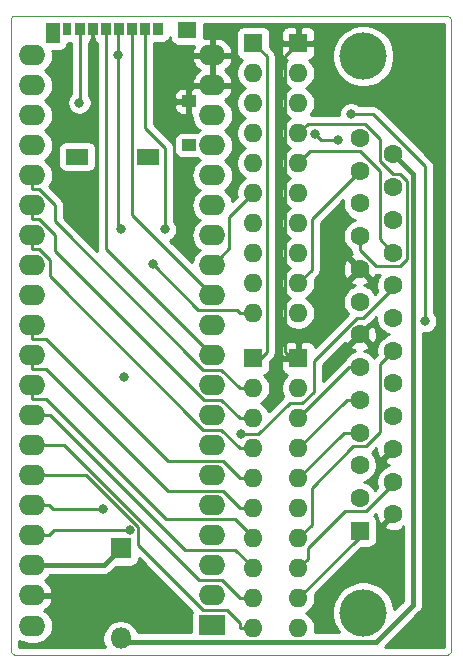
<source format=gbl>
%TF.GenerationSoftware,KiCad,Pcbnew,(5.1.10-1-10_14)*%
%TF.CreationDate,2021-10-09T14:12:20-05:00*%
%TF.ProjectId,bluepill_scsi,626c7565-7069-46c6-9c5f-736373692e6b,rev?*%
%TF.SameCoordinates,Original*%
%TF.FileFunction,Copper,L2,Bot*%
%TF.FilePolarity,Positive*%
%FSLAX46Y46*%
G04 Gerber Fmt 4.6, Leading zero omitted, Abs format (unit mm)*
G04 Created by KiCad (PCBNEW (5.1.10-1-10_14)) date 2021-10-09 14:12:20*
%MOMM*%
%LPD*%
G01*
G04 APERTURE LIST*
%TA.AperFunction,Profile*%
%ADD10C,0.050000*%
%TD*%
%TA.AperFunction,ComponentPad*%
%ADD11O,2.250000X1.727200*%
%TD*%
%TA.AperFunction,ComponentPad*%
%ADD12R,2.250000X1.727200*%
%TD*%
%TA.AperFunction,SMDPad,CuDef*%
%ADD13R,1.900000X1.350000*%
%TD*%
%TA.AperFunction,SMDPad,CuDef*%
%ADD14R,1.200000X1.000000*%
%TD*%
%TA.AperFunction,SMDPad,CuDef*%
%ADD15R,1.550000X1.350000*%
%TD*%
%TA.AperFunction,SMDPad,CuDef*%
%ADD16R,1.170000X1.800000*%
%TD*%
%TA.AperFunction,SMDPad,CuDef*%
%ADD17R,0.850000X1.100000*%
%TD*%
%TA.AperFunction,SMDPad,CuDef*%
%ADD18R,0.750000X1.100000*%
%TD*%
%TA.AperFunction,ComponentPad*%
%ADD19R,1.600000X1.600000*%
%TD*%
%TA.AperFunction,ComponentPad*%
%ADD20O,1.600000X1.600000*%
%TD*%
%TA.AperFunction,ComponentPad*%
%ADD21R,1.800000X1.800000*%
%TD*%
%TA.AperFunction,ComponentPad*%
%ADD22O,1.800000X1.800000*%
%TD*%
%TA.AperFunction,ComponentPad*%
%ADD23C,1.600000*%
%TD*%
%TA.AperFunction,ComponentPad*%
%ADD24C,4.000000*%
%TD*%
%TA.AperFunction,ViaPad*%
%ADD25C,0.800000*%
%TD*%
%TA.AperFunction,Conductor*%
%ADD26C,0.250000*%
%TD*%
%TA.AperFunction,Conductor*%
%ADD27C,0.400000*%
%TD*%
%TA.AperFunction,Conductor*%
%ADD28C,0.254000*%
%TD*%
%TA.AperFunction,Conductor*%
%ADD29C,0.150000*%
%TD*%
G04 APERTURE END LIST*
D10*
X125095000Y-149705000D02*
G75*
G02*
X124841000Y-149959000I-254000J0D01*
G01*
X88085000Y-149955000D02*
G75*
G02*
X87831000Y-149701000I0J254000D01*
G01*
X87835000Y-96139000D02*
G75*
G02*
X88089000Y-95885000I254000J0D01*
G01*
X124714000Y-95885000D02*
G75*
G02*
X125095000Y-96266000I0J-381000D01*
G01*
X124841000Y-149959000D02*
X88085000Y-149955000D01*
X124714000Y-95885000D02*
X88089000Y-95885000D01*
X125095000Y-149705000D02*
X125095000Y-96266000D01*
X87831000Y-149701000D02*
X87835000Y-96139000D01*
D11*
%TO.P,U1,40*%
%TO.N,+3V3*%
X89595000Y-147515600D03*
%TO.P,U1,39*%
%TO.N,GND*%
X89595000Y-144924800D03*
%TO.P,U1,38*%
%TO.N,VCC*%
X89595000Y-142384800D03*
%TO.P,U1,37*%
%TO.N,/SCSI_DAT1*%
X89595000Y-139844800D03*
%TO.P,U1,36*%
%TO.N,/SCSI_DAT0*%
X89595000Y-137304800D03*
%TO.P,U1,35*%
%TO.N,/SCSI_IO*%
X89595000Y-134764800D03*
%TO.P,U1,34*%
%TO.N,/SCSI_REQ*%
X89595000Y-132224800D03*
%TO.P,U1,33*%
%TO.N,/SCSI_CD*%
X89595000Y-129684800D03*
%TO.P,U1,32*%
%TO.N,/SCSI_SEL*%
X89595000Y-127144800D03*
%TO.P,U1,31*%
%TO.N,/SCSI_MSG*%
X89595000Y-124604800D03*
%TO.P,U1,30*%
%TO.N,/SCSI_RST*%
X89595000Y-122064800D03*
%TO.P,U1,29*%
%TO.N,N/C*%
X89595000Y-119524800D03*
%TO.P,U1,28*%
X89595000Y-116984800D03*
%TO.P,U1,27*%
%TO.N,/SCSI_ACK*%
X89595000Y-114444800D03*
%TO.P,U1,26*%
%TO.N,/SCSI_BSY*%
X89595000Y-111904800D03*
%TO.P,U1,25*%
%TO.N,/SCSI_ATN*%
X89595000Y-109364800D03*
%TO.P,U1,24*%
%TO.N,/SCSI_DAT7*%
X89595000Y-106824800D03*
%TO.P,U1,23*%
%TO.N,/SCSI_DAT6*%
X89595000Y-104284800D03*
%TO.P,U1,22*%
%TO.N,/SCSI_DAT5*%
X89595000Y-101744800D03*
%TO.P,U1,21*%
%TO.N,/SCSI_DAT4*%
X89595000Y-99204800D03*
%TO.P,U1,20*%
%TO.N,GND*%
X104835000Y-99204800D03*
%TO.P,U1,19*%
X104835000Y-101744800D03*
%TO.P,U1,18*%
%TO.N,+3V3*%
X104835000Y-104284800D03*
%TO.P,U1,17*%
%TO.N,N/C*%
X104835000Y-106824800D03*
%TO.P,U1,16*%
%TO.N,/SCSI_DAT3*%
X104835000Y-109364800D03*
%TO.P,U1,15*%
%TO.N,/SCSI_DAT2*%
X104835000Y-111904800D03*
%TO.P,U1,14*%
%TO.N,N/C*%
X104835000Y-114444800D03*
%TO.P,U1,13*%
%TO.N,/SCSI_DBP*%
X104835000Y-116984800D03*
%TO.P,U1,12*%
%TO.N,/SD_MOSI*%
X104835000Y-119524800D03*
%TO.P,U1,11*%
%TO.N,/SD_MISO*%
X104835000Y-122064800D03*
%TO.P,U1,10*%
%TO.N,/SD_CLK*%
X104835000Y-124604800D03*
%TO.P,U1,9*%
%TO.N,/SD_CS*%
X104835000Y-127144800D03*
%TO.P,U1,8*%
%TO.N,N/C*%
X104835000Y-129684800D03*
%TO.P,U1,7*%
X104835000Y-132224800D03*
%TO.P,U1,6*%
X104835000Y-134764800D03*
%TO.P,U1,5*%
X104835000Y-137304800D03*
%TO.P,U1,4*%
X104835000Y-139844800D03*
%TO.P,U1,3*%
X104835000Y-142384800D03*
%TO.P,U1,2*%
X104835000Y-144924800D03*
D12*
%TO.P,U1,1*%
X104835000Y-147464800D03*
%TD*%
D13*
%TO.P,J5,11*%
%TO.N,N/C*%
X93400000Y-107780000D03*
X99370000Y-107780000D03*
D14*
%TO.P,J5,9*%
%TO.N,GND*%
X102870000Y-103105000D03*
%TO.P,J5,10*%
%TO.N,N/C*%
X102870000Y-106805000D03*
D15*
%TO.P,J5,11*%
X102695000Y-97080000D03*
D16*
X91375000Y-97305000D03*
D17*
%TO.P,J5,7*%
%TO.N,/SD_MISO*%
X93635000Y-96955000D03*
%TO.P,J5,6*%
%TO.N,GND*%
X94735000Y-96955000D03*
%TO.P,J5,5*%
%TO.N,/SD_CLK*%
X95835000Y-96955000D03*
%TO.P,J5,4*%
%TO.N,+3V3*%
X96935000Y-96955000D03*
%TO.P,J5,3*%
%TO.N,/SD_MOSI*%
X98035000Y-96955000D03*
%TO.P,J5,2*%
%TO.N,/SD_CS*%
X99135000Y-96955000D03*
D18*
%TO.P,J5,8*%
%TO.N,N/C*%
X92585000Y-96955000D03*
D17*
%TO.P,J5,1*%
X100235000Y-96955000D03*
%TD*%
D19*
%TO.P,RN1,1*%
%TO.N,VCC*%
X108315000Y-98175000D03*
D20*
%TO.P,RN1,2*%
%TO.N,/SCSI_DAT0*%
X108315000Y-100715000D03*
%TO.P,RN1,3*%
%TO.N,/SCSI_DAT1*%
X108315000Y-103255000D03*
%TO.P,RN1,4*%
%TO.N,/SCSI_DAT3*%
X108315000Y-105795000D03*
%TO.P,RN1,5*%
%TO.N,/SCSI_DAT2*%
X108315000Y-108335000D03*
%TO.P,RN1,6*%
%TO.N,/SCSI_DBP*%
X108315000Y-110875000D03*
%TO.P,RN1,7*%
%TO.N,/SCSI_DAT4*%
X108315000Y-113415000D03*
%TO.P,RN1,8*%
%TO.N,/SCSI_DAT5*%
X108315000Y-115955000D03*
%TO.P,RN1,9*%
%TO.N,/SCSI_DAT6*%
X108315000Y-118495000D03*
%TO.P,RN1,10*%
%TO.N,/SCSI_DAT7*%
X108315000Y-121035000D03*
%TD*%
D19*
%TO.P,RN2,1*%
%TO.N,GND*%
X112125000Y-98175000D03*
D20*
%TO.P,RN2,2*%
%TO.N,/SCSI_DAT0*%
X112125000Y-100715000D03*
%TO.P,RN2,3*%
%TO.N,/SCSI_DAT1*%
X112125000Y-103255000D03*
%TO.P,RN2,4*%
%TO.N,/SCSI_DAT3*%
X112125000Y-105795000D03*
%TO.P,RN2,5*%
%TO.N,/SCSI_DAT2*%
X112125000Y-108335000D03*
%TO.P,RN2,6*%
%TO.N,/SCSI_DBP*%
X112125000Y-110875000D03*
%TO.P,RN2,7*%
%TO.N,/SCSI_DAT4*%
X112125000Y-113415000D03*
%TO.P,RN2,8*%
%TO.N,/SCSI_DAT5*%
X112125000Y-115955000D03*
%TO.P,RN2,9*%
%TO.N,/SCSI_DAT6*%
X112125000Y-118495000D03*
%TO.P,RN2,10*%
%TO.N,/SCSI_DAT7*%
X112125000Y-121035000D03*
%TD*%
%TO.P,RN3,10*%
%TO.N,/SCSI_IO*%
X108315000Y-147705000D03*
%TO.P,RN3,9*%
%TO.N,/SCSI_REQ*%
X108315000Y-145165000D03*
%TO.P,RN3,8*%
%TO.N,/SCSI_CD*%
X108315000Y-142625000D03*
%TO.P,RN3,7*%
%TO.N,/SCSI_SEL*%
X108315000Y-140085000D03*
%TO.P,RN3,6*%
%TO.N,/SCSI_MSG*%
X108315000Y-137545000D03*
%TO.P,RN3,5*%
%TO.N,/SCSI_RST*%
X108315000Y-135005000D03*
%TO.P,RN3,4*%
%TO.N,/SCSI_ACK*%
X108315000Y-132465000D03*
%TO.P,RN3,3*%
%TO.N,/SCSI_BSY*%
X108315000Y-129925000D03*
%TO.P,RN3,2*%
%TO.N,/SCSI_ATN*%
X108315000Y-127385000D03*
D19*
%TO.P,RN3,1*%
%TO.N,VCC*%
X108315000Y-124845000D03*
%TD*%
D20*
%TO.P,RN4,10*%
%TO.N,/SCSI_IO*%
X112125000Y-147705000D03*
%TO.P,RN4,9*%
%TO.N,/SCSI_REQ*%
X112125000Y-145165000D03*
%TO.P,RN4,8*%
%TO.N,/SCSI_CD*%
X112125000Y-142625000D03*
%TO.P,RN4,7*%
%TO.N,/SCSI_SEL*%
X112125000Y-140085000D03*
%TO.P,RN4,6*%
%TO.N,/SCSI_MSG*%
X112125000Y-137545000D03*
%TO.P,RN4,5*%
%TO.N,/SCSI_RST*%
X112125000Y-135005000D03*
%TO.P,RN4,4*%
%TO.N,/SCSI_ACK*%
X112125000Y-132465000D03*
%TO.P,RN4,3*%
%TO.N,/SCSI_BSY*%
X112125000Y-129925000D03*
%TO.P,RN4,2*%
%TO.N,/SCSI_ATN*%
X112125000Y-127385000D03*
D19*
%TO.P,RN4,1*%
%TO.N,GND*%
X112125000Y-124845000D03*
%TD*%
D21*
%TO.P,D5,1*%
%TO.N,VCC*%
X97085000Y-140955000D03*
D22*
%TO.P,D5,2*%
%TO.N,/TERM_PWR*%
X97085000Y-148575000D03*
%TD*%
D19*
%TO.P,J2,1*%
%TO.N,/SCSI_REQ*%
X117335000Y-139455000D03*
D23*
%TO.P,J2,2*%
%TO.N,/SCSI_MSG*%
X117335000Y-136685000D03*
%TO.P,J2,3*%
%TO.N,/SCSI_IO*%
X117335000Y-133915000D03*
%TO.P,J2,4*%
%TO.N,/SCSI_RST*%
X117335000Y-131145000D03*
%TO.P,J2,5*%
%TO.N,/SCSI_ACK*%
X117335000Y-128375000D03*
%TO.P,J2,6*%
%TO.N,/SCSI_BSY*%
X117335000Y-125605000D03*
%TO.P,J2,7*%
%TO.N,GND*%
X117335000Y-122835000D03*
%TO.P,J2,8*%
%TO.N,/SCSI_DAT0*%
X117335000Y-120065000D03*
%TO.P,J2,9*%
%TO.N,GND*%
X117335000Y-117295000D03*
%TO.P,J2,10*%
%TO.N,/SCSI_DAT3*%
X117335000Y-114525000D03*
%TO.P,J2,11*%
%TO.N,/SCSI_DAT5*%
X117335000Y-111755000D03*
%TO.P,J2,12*%
%TO.N,/SCSI_DAT6*%
X117335000Y-108985000D03*
%TO.P,J2,13*%
%TO.N,/SCSI_DAT7*%
X117335000Y-106215000D03*
%TO.P,J2,14*%
%TO.N,GND*%
X120175000Y-138070000D03*
%TO.P,J2,15*%
%TO.N,/SCSI_CD*%
X120175000Y-135300000D03*
%TO.P,J2,16*%
%TO.N,GND*%
X120175000Y-132530000D03*
%TO.P,J2,17*%
%TO.N,/SCSI_ATN*%
X120175000Y-129760000D03*
%TO.P,J2,18*%
%TO.N,GND*%
X120175000Y-126990000D03*
%TO.P,J2,19*%
%TO.N,/SCSI_SEL*%
X120175000Y-124220000D03*
%TO.P,J2,20*%
%TO.N,/SCSI_DBP*%
X120175000Y-121450000D03*
%TO.P,J2,21*%
%TO.N,/SCSI_DAT1*%
X120175000Y-118680000D03*
%TO.P,J2,22*%
%TO.N,/SCSI_DAT2*%
X120175000Y-115910000D03*
%TO.P,J2,23*%
%TO.N,/SCSI_DAT4*%
X120175000Y-113140000D03*
%TO.P,J2,24*%
%TO.N,GND*%
X120175000Y-110370000D03*
%TO.P,J2,25*%
%TO.N,/TERM_PWR*%
X120175000Y-107600000D03*
D24*
%TO.P,J2,0*%
%TO.N,Net-(J2-Pad0)*%
X117635000Y-146385000D03*
X117635000Y-99285000D03*
%TD*%
D25*
%TO.N,*%
X97335000Y-126455000D03*
%TO.N,/SD_MISO*%
X93585000Y-103205000D03*
%TO.N,+3V3*%
X97088800Y-113918300D03*
X96835000Y-99205000D03*
%TO.N,/SD_CS*%
X100835000Y-113955000D03*
%TO.N,/SCSI_DBP*%
X122835000Y-121705000D03*
X116585000Y-104205000D03*
%TO.N,/SCSI_DAT7*%
X99789000Y-116916700D03*
%TO.N,/SCSI_DAT4*%
X113563800Y-105888700D03*
X115481800Y-106403900D03*
%TO.N,/SCSI_DAT1*%
X97843800Y-139441900D03*
X107236200Y-131299200D03*
%TO.N,/SCSI_DAT0*%
X95593500Y-137594200D03*
%TD*%
D26*
%TO.N,/SD_MISO*%
X93635000Y-96955000D02*
X93635000Y-103155000D01*
X93635000Y-103155000D02*
X93585000Y-103205000D01*
%TO.N,GND*%
X112125000Y-98175000D02*
X111000000Y-99300000D01*
X111000000Y-99300000D02*
X111000000Y-124356000D01*
X111000000Y-124356000D02*
X111807000Y-125163000D01*
%TO.N,/SD_CLK*%
X104834900Y-124604900D02*
X104835000Y-124605000D01*
X95835000Y-96955000D02*
X95835000Y-115605000D01*
X95835000Y-115605000D02*
X104834900Y-124604900D01*
X104835000Y-124604800D02*
X104834900Y-124604900D01*
%TO.N,+3V3*%
X96835000Y-99205000D02*
X96835000Y-113664500D01*
X96835000Y-113664500D02*
X97088800Y-113918300D01*
X96835000Y-99205000D02*
X96835000Y-97055000D01*
X96835000Y-97055000D02*
X96935000Y-96955000D01*
%TO.N,/SD_MOSI*%
X104834900Y-119524900D02*
X104835000Y-119525000D01*
X98035000Y-96955000D02*
X98035000Y-112725000D01*
X98035000Y-112725000D02*
X104834900Y-119524900D01*
X104835000Y-119524800D02*
X104834900Y-119524900D01*
%TO.N,/SD_CS*%
X99135000Y-96955000D02*
X99135000Y-105335000D01*
X99135000Y-105335000D02*
X100835000Y-107035000D01*
X100835000Y-107035000D02*
X100835000Y-113955000D01*
%TO.N,/SCSI_IO*%
X107189700Y-147705000D02*
X107189700Y-147283000D01*
X107189700Y-147283000D02*
X106062100Y-146155400D01*
X106062100Y-146155400D02*
X104075900Y-146155400D01*
X104075900Y-146155400D02*
X98569100Y-140648600D01*
X98569100Y-140648600D02*
X98569100Y-139141400D01*
X98569100Y-139141400D02*
X94192500Y-134764800D01*
X94192500Y-134764800D02*
X89595000Y-134764800D01*
X108315000Y-147705000D02*
X107189700Y-147705000D01*
%TO.N,/SCSI_REQ*%
X107189700Y-145165000D02*
X105679500Y-143654800D01*
X105679500Y-143654800D02*
X103719400Y-143654800D01*
X103719400Y-143654800D02*
X92289400Y-132224800D01*
X92289400Y-132224800D02*
X89595000Y-132224800D01*
X108315000Y-145165000D02*
X107189700Y-145165000D01*
X112125000Y-145165000D02*
X117335000Y-139955000D01*
X117335000Y-139955000D02*
X117335000Y-139455000D01*
%TO.N,/SCSI_CD*%
X108264000Y-142574000D02*
X106804800Y-141114800D01*
X106804800Y-141114800D02*
X102575000Y-141114800D01*
X102575000Y-141114800D02*
X91145000Y-129684800D01*
X91145000Y-129684800D02*
X89595000Y-129684800D01*
X108264000Y-142574000D02*
X108315000Y-142625000D01*
X112125000Y-142625000D02*
X112925000Y-141825000D01*
X112925000Y-141825000D02*
X112925000Y-140950000D01*
X112925000Y-140950000D02*
X116065000Y-137810000D01*
X116065000Y-137810000D02*
X117875000Y-137810000D01*
X117875000Y-137810000D02*
X120175000Y-135510000D01*
X120175000Y-135510000D02*
X120175000Y-135300000D01*
%TO.N,/SCSI_SEL*%
X89595000Y-127144800D02*
X89595000Y-128333700D01*
X89595000Y-128333700D02*
X90783900Y-128333700D01*
X90783900Y-128333700D02*
X100959100Y-138508900D01*
X100959100Y-138508900D02*
X106738900Y-138508900D01*
X106738900Y-138508900D02*
X108264000Y-140034000D01*
X112125000Y-140085000D02*
X113250000Y-138960000D01*
X113250000Y-138960000D02*
X113250000Y-135815000D01*
X113250000Y-135815000D02*
X116795000Y-132270000D01*
X116795000Y-132270000D02*
X117875000Y-132270000D01*
X117875000Y-132270000D02*
X119050000Y-131095000D01*
X119050000Y-131095000D02*
X119050000Y-125345000D01*
X119050000Y-125345000D02*
X120175000Y-124220000D01*
X108264000Y-140034000D02*
X108315000Y-140085000D01*
%TO.N,/SCSI_RST*%
X89595000Y-122064800D02*
X89595000Y-123253700D01*
X108315000Y-135005000D02*
X107189700Y-135005000D01*
X107189700Y-135005000D02*
X105746900Y-133562200D01*
X105746900Y-133562200D02*
X101092400Y-133562200D01*
X101092400Y-133562200D02*
X90783900Y-123253700D01*
X90783900Y-123253700D02*
X89595000Y-123253700D01*
X117335000Y-131145000D02*
X115985000Y-131145000D01*
X115985000Y-131145000D02*
X112125000Y-135005000D01*
%TO.N,/SCSI_ACK*%
X89595000Y-114444800D02*
X89595000Y-115633700D01*
X108315000Y-132465000D02*
X107189700Y-132465000D01*
X107189700Y-132465000D02*
X105623200Y-130898500D01*
X105623200Y-130898500D02*
X104068200Y-130898500D01*
X104068200Y-130898500D02*
X91068700Y-117899000D01*
X91068700Y-117899000D02*
X91068700Y-116513000D01*
X91068700Y-116513000D02*
X90189400Y-115633700D01*
X90189400Y-115633700D02*
X89595000Y-115633700D01*
X112125000Y-132465000D02*
X116215000Y-128375000D01*
X116215000Y-128375000D02*
X117335000Y-128375000D01*
%TO.N,/SCSI_BSY*%
X108315000Y-129925000D02*
X107189700Y-129925000D01*
X89595000Y-111904800D02*
X89595000Y-113093700D01*
X89595000Y-113093700D02*
X90189400Y-113093700D01*
X90189400Y-113093700D02*
X91519100Y-114423400D01*
X91519100Y-114423400D02*
X91519100Y-115774300D01*
X91519100Y-115774300D02*
X104104500Y-128359700D01*
X104104500Y-128359700D02*
X105624400Y-128359700D01*
X105624400Y-128359700D02*
X107189700Y-129925000D01*
X112125000Y-129925000D02*
X116445000Y-125605000D01*
X116445000Y-125605000D02*
X117335000Y-125605000D01*
%TO.N,/SCSI_ATN*%
X89595000Y-109364800D02*
X89595000Y-110553700D01*
X108315000Y-127385000D02*
X107189700Y-127385000D01*
X107189700Y-127385000D02*
X105624400Y-125819700D01*
X105624400Y-125819700D02*
X104077600Y-125819700D01*
X104077600Y-125819700D02*
X91527100Y-113269200D01*
X91527100Y-113269200D02*
X91527100Y-111891400D01*
X91527100Y-111891400D02*
X90189400Y-110553700D01*
X90189400Y-110553700D02*
X89595000Y-110553700D01*
%TO.N,/SCSI_MSG*%
X108315000Y-137545000D02*
X107189700Y-137545000D01*
X89595000Y-124604800D02*
X89595000Y-125793700D01*
X89595000Y-125793700D02*
X90783900Y-125793700D01*
X90783900Y-125793700D02*
X101083300Y-136093100D01*
X101083300Y-136093100D02*
X105737800Y-136093100D01*
X105737800Y-136093100D02*
X107189700Y-137545000D01*
%TO.N,/SCSI_DBP*%
X105560000Y-116260000D02*
X105559800Y-116260000D01*
X105559800Y-116260000D02*
X104835000Y-116984800D01*
X105560000Y-116260000D02*
X106285000Y-115535000D01*
X106285000Y-115535000D02*
X106285000Y-112905000D01*
X106285000Y-112905000D02*
X108315000Y-110875000D01*
X104835000Y-116985000D02*
X105560000Y-116260000D01*
X116585000Y-104205000D02*
X118445000Y-104205000D01*
X118445000Y-104205000D02*
X122835000Y-108595000D01*
X122835000Y-108595000D02*
X122835000Y-121705000D01*
X112125000Y-110875000D02*
X112125000Y-111344000D01*
%TO.N,/SCSI_DAT7*%
X108315000Y-121035000D02*
X107189700Y-121035000D01*
X107189700Y-121035000D02*
X106949500Y-120794800D01*
X106949500Y-120794800D02*
X103667100Y-120794800D01*
X103667100Y-120794800D02*
X99789000Y-116916700D01*
%TO.N,/SCSI_DAT6*%
X112125000Y-118495000D02*
X113250000Y-117370000D01*
X113250000Y-117370000D02*
X113250000Y-113070000D01*
X113250000Y-113070000D02*
X117335000Y-108985000D01*
%TO.N,/SCSI_DAT4*%
X115481800Y-106403900D02*
X114079000Y-106403900D01*
X114079000Y-106403900D02*
X113563800Y-105888700D01*
%TO.N,/SCSI_DAT3*%
X112125000Y-105795000D02*
X112925000Y-104995000D01*
X112925000Y-104995000D02*
X117780000Y-104995000D01*
X117780000Y-104995000D02*
X119050000Y-106265000D01*
X119050000Y-106265000D02*
X119050000Y-108140000D01*
X119050000Y-108140000D02*
X120155000Y-109245000D01*
X120155000Y-109245000D02*
X120715000Y-109245000D01*
X120715000Y-109245000D02*
X121300000Y-109830000D01*
X121300000Y-109830000D02*
X121300000Y-116450000D01*
X121300000Y-116450000D02*
X120715000Y-117035000D01*
X120715000Y-117035000D02*
X118714000Y-117035000D01*
X118714000Y-117035000D02*
X117335000Y-115656000D01*
X117335000Y-115656000D02*
X117335000Y-114525000D01*
%TO.N,/SCSI_DAT2*%
X112125000Y-108335000D02*
X113120000Y-107340000D01*
X113120000Y-107340000D02*
X117355000Y-107340000D01*
X117355000Y-107340000D02*
X119050000Y-109035000D01*
X119050000Y-109035000D02*
X119050000Y-114785000D01*
X119050000Y-114785000D02*
X120175000Y-115910000D01*
%TO.N,/SCSI_DAT1*%
X89595000Y-139844800D02*
X91045300Y-139844800D01*
X97843800Y-139441900D02*
X91448200Y-139441900D01*
X91448200Y-139441900D02*
X91045300Y-139844800D01*
X120175000Y-118680000D02*
X120175000Y-118890200D01*
X120175000Y-118890200D02*
X117615200Y-121450000D01*
X117615200Y-121450000D02*
X117088100Y-121450000D01*
X117088100Y-121450000D02*
X113425800Y-125112300D01*
X113425800Y-125112300D02*
X113425800Y-127677300D01*
X113425800Y-127677300D02*
X112448100Y-128655000D01*
X112448100Y-128655000D02*
X111385200Y-128655000D01*
X111385200Y-128655000D02*
X108741000Y-131299200D01*
X108741000Y-131299200D02*
X107236200Y-131299200D01*
%TO.N,/SCSI_DAT0*%
X89595000Y-137304800D02*
X91045300Y-137304800D01*
X95593500Y-137594200D02*
X91334700Y-137594200D01*
X91334700Y-137594200D02*
X91045300Y-137304800D01*
%TO.N,VCC*%
X108579000Y-124845000D02*
X108129000Y-124395000D01*
X108579000Y-124845000D02*
X108950000Y-124845000D01*
X108950000Y-124845000D02*
X109440000Y-124355000D01*
X109440000Y-124355000D02*
X109440000Y-99300000D01*
X109440000Y-99300000D02*
X108315000Y-98175000D01*
X108315000Y-124845000D02*
X108579000Y-124845000D01*
X89595200Y-142385000D02*
X89595000Y-142384800D01*
D27*
X89595200Y-142385000D02*
X95655000Y-142385000D01*
X95655000Y-142385000D02*
X97085000Y-140955000D01*
X89595000Y-142385000D02*
X89595200Y-142385000D01*
D26*
X108129000Y-124395000D02*
X107997000Y-124527000D01*
D27*
%TO.N,/TERM_PWR*%
X120175000Y-107600000D02*
X121825000Y-109250000D01*
X121825000Y-109250000D02*
X121825000Y-145747000D01*
X121825000Y-145747000D02*
X118667000Y-148905000D01*
X118667000Y-148905000D02*
X97415000Y-148905000D01*
X97415000Y-148905000D02*
X97085000Y-148575000D01*
%TD*%
D28*
%TO.N,GND*%
X124435000Y-149298956D02*
X119454453Y-149298414D01*
X122386427Y-146366441D01*
X122418291Y-146340291D01*
X122522636Y-146213146D01*
X122600172Y-146068087D01*
X122647918Y-145910689D01*
X122660000Y-145788019D01*
X122660000Y-145788009D01*
X122664039Y-145747001D01*
X122660000Y-145705993D01*
X122660000Y-122725467D01*
X122733061Y-122740000D01*
X122936939Y-122740000D01*
X123136898Y-122700226D01*
X123325256Y-122622205D01*
X123494774Y-122508937D01*
X123638937Y-122364774D01*
X123752205Y-122195256D01*
X123830226Y-122006898D01*
X123870000Y-121806939D01*
X123870000Y-121603061D01*
X123830226Y-121403102D01*
X123752205Y-121214744D01*
X123638937Y-121045226D01*
X123595000Y-121001289D01*
X123595000Y-108632333D01*
X123598677Y-108595000D01*
X123584003Y-108446014D01*
X123540546Y-108302753D01*
X123469974Y-108170724D01*
X123398799Y-108083997D01*
X123375001Y-108054999D01*
X123346004Y-108031202D01*
X119008804Y-103694003D01*
X118985001Y-103664999D01*
X118869276Y-103570026D01*
X118737247Y-103499454D01*
X118593986Y-103455997D01*
X118482333Y-103445000D01*
X118482322Y-103445000D01*
X118445000Y-103441324D01*
X118407678Y-103445000D01*
X117288711Y-103445000D01*
X117244774Y-103401063D01*
X117075256Y-103287795D01*
X116886898Y-103209774D01*
X116686939Y-103170000D01*
X116483061Y-103170000D01*
X116283102Y-103209774D01*
X116094744Y-103287795D01*
X115925226Y-103401063D01*
X115781063Y-103545226D01*
X115667795Y-103714744D01*
X115589774Y-103903102D01*
X115550000Y-104103061D01*
X115550000Y-104235000D01*
X113174396Y-104235000D01*
X113239637Y-104169759D01*
X113396680Y-103934727D01*
X113504853Y-103673574D01*
X113560000Y-103396335D01*
X113560000Y-103113665D01*
X113504853Y-102836426D01*
X113396680Y-102575273D01*
X113239637Y-102340241D01*
X113039759Y-102140363D01*
X112807241Y-101985000D01*
X113039759Y-101829637D01*
X113239637Y-101629759D01*
X113396680Y-101394727D01*
X113504853Y-101133574D01*
X113560000Y-100856335D01*
X113560000Y-100573665D01*
X113504853Y-100296426D01*
X113396680Y-100035273D01*
X113239637Y-99800241D01*
X113041039Y-99601643D01*
X113049482Y-99600812D01*
X113169180Y-99564502D01*
X113279494Y-99505537D01*
X113376185Y-99426185D01*
X113455537Y-99329494D01*
X113514502Y-99219180D01*
X113550812Y-99099482D01*
X113558100Y-99025475D01*
X115000000Y-99025475D01*
X115000000Y-99544525D01*
X115101261Y-100053601D01*
X115299893Y-100533141D01*
X115588262Y-100964715D01*
X115955285Y-101331738D01*
X116386859Y-101620107D01*
X116866399Y-101818739D01*
X117375475Y-101920000D01*
X117894525Y-101920000D01*
X118403601Y-101818739D01*
X118883141Y-101620107D01*
X119314715Y-101331738D01*
X119681738Y-100964715D01*
X119970107Y-100533141D01*
X120168739Y-100053601D01*
X120270000Y-99544525D01*
X120270000Y-99025475D01*
X120168739Y-98516399D01*
X119970107Y-98036859D01*
X119681738Y-97605285D01*
X119314715Y-97238262D01*
X118883141Y-96949893D01*
X118403601Y-96751261D01*
X117894525Y-96650000D01*
X117375475Y-96650000D01*
X116866399Y-96751261D01*
X116386859Y-96949893D01*
X115955285Y-97238262D01*
X115588262Y-97605285D01*
X115299893Y-98036859D01*
X115101261Y-98516399D01*
X115000000Y-99025475D01*
X113558100Y-99025475D01*
X113563072Y-98975000D01*
X113560000Y-98460750D01*
X113401250Y-98302000D01*
X112252000Y-98302000D01*
X112252000Y-98322000D01*
X111998000Y-98322000D01*
X111998000Y-98302000D01*
X110848750Y-98302000D01*
X110690000Y-98460750D01*
X110686928Y-98975000D01*
X110699188Y-99099482D01*
X110735498Y-99219180D01*
X110794463Y-99329494D01*
X110873815Y-99426185D01*
X110970506Y-99505537D01*
X111080820Y-99564502D01*
X111200518Y-99600812D01*
X111208961Y-99601643D01*
X111010363Y-99800241D01*
X110853320Y-100035273D01*
X110745147Y-100296426D01*
X110690000Y-100573665D01*
X110690000Y-100856335D01*
X110745147Y-101133574D01*
X110853320Y-101394727D01*
X111010363Y-101629759D01*
X111210241Y-101829637D01*
X111442759Y-101985000D01*
X111210241Y-102140363D01*
X111010363Y-102340241D01*
X110853320Y-102575273D01*
X110745147Y-102836426D01*
X110690000Y-103113665D01*
X110690000Y-103396335D01*
X110745147Y-103673574D01*
X110853320Y-103934727D01*
X111010363Y-104169759D01*
X111210241Y-104369637D01*
X111442759Y-104525000D01*
X111210241Y-104680363D01*
X111010363Y-104880241D01*
X110853320Y-105115273D01*
X110745147Y-105376426D01*
X110690000Y-105653665D01*
X110690000Y-105936335D01*
X110745147Y-106213574D01*
X110853320Y-106474727D01*
X111010363Y-106709759D01*
X111210241Y-106909637D01*
X111442759Y-107065000D01*
X111210241Y-107220363D01*
X111010363Y-107420241D01*
X110853320Y-107655273D01*
X110745147Y-107916426D01*
X110690000Y-108193665D01*
X110690000Y-108476335D01*
X110745147Y-108753574D01*
X110853320Y-109014727D01*
X111010363Y-109249759D01*
X111210241Y-109449637D01*
X111442759Y-109605000D01*
X111210241Y-109760363D01*
X111010363Y-109960241D01*
X110853320Y-110195273D01*
X110745147Y-110456426D01*
X110690000Y-110733665D01*
X110690000Y-111016335D01*
X110745147Y-111293574D01*
X110853320Y-111554727D01*
X111010363Y-111789759D01*
X111210241Y-111989637D01*
X111442759Y-112145000D01*
X111210241Y-112300363D01*
X111010363Y-112500241D01*
X110853320Y-112735273D01*
X110745147Y-112996426D01*
X110690000Y-113273665D01*
X110690000Y-113556335D01*
X110745147Y-113833574D01*
X110853320Y-114094727D01*
X111010363Y-114329759D01*
X111210241Y-114529637D01*
X111442759Y-114685000D01*
X111210241Y-114840363D01*
X111010363Y-115040241D01*
X110853320Y-115275273D01*
X110745147Y-115536426D01*
X110690000Y-115813665D01*
X110690000Y-116096335D01*
X110745147Y-116373574D01*
X110853320Y-116634727D01*
X111010363Y-116869759D01*
X111210241Y-117069637D01*
X111442759Y-117225000D01*
X111210241Y-117380363D01*
X111010363Y-117580241D01*
X110853320Y-117815273D01*
X110745147Y-118076426D01*
X110690000Y-118353665D01*
X110690000Y-118636335D01*
X110745147Y-118913574D01*
X110853320Y-119174727D01*
X111010363Y-119409759D01*
X111210241Y-119609637D01*
X111442759Y-119765000D01*
X111210241Y-119920363D01*
X111010363Y-120120241D01*
X110853320Y-120355273D01*
X110745147Y-120616426D01*
X110690000Y-120893665D01*
X110690000Y-121176335D01*
X110745147Y-121453574D01*
X110853320Y-121714727D01*
X111010363Y-121949759D01*
X111210241Y-122149637D01*
X111445273Y-122306680D01*
X111706426Y-122414853D01*
X111983665Y-122470000D01*
X112266335Y-122470000D01*
X112543574Y-122414853D01*
X112804727Y-122306680D01*
X113039759Y-122149637D01*
X113239637Y-121949759D01*
X113396680Y-121714727D01*
X113504853Y-121453574D01*
X113560000Y-121176335D01*
X113560000Y-120893665D01*
X113504853Y-120616426D01*
X113396680Y-120355273D01*
X113239637Y-120120241D01*
X113039759Y-119920363D01*
X112807241Y-119765000D01*
X113039759Y-119609637D01*
X113239637Y-119409759D01*
X113396680Y-119174727D01*
X113504853Y-118913574D01*
X113560000Y-118636335D01*
X113560000Y-118353665D01*
X113523688Y-118171114D01*
X113761004Y-117933798D01*
X113790001Y-117910001D01*
X113884974Y-117794276D01*
X113955546Y-117662247D01*
X113999003Y-117518986D01*
X114010000Y-117407333D01*
X114010000Y-117407324D01*
X114013676Y-117370001D01*
X114013234Y-117365512D01*
X115894783Y-117365512D01*
X115936213Y-117645130D01*
X116031397Y-117911292D01*
X116098329Y-118036514D01*
X116342298Y-118108097D01*
X117155395Y-117295000D01*
X116342298Y-116481903D01*
X116098329Y-116553486D01*
X115977429Y-116808996D01*
X115908700Y-117083184D01*
X115894783Y-117365512D01*
X114013234Y-117365512D01*
X114010000Y-117332678D01*
X114010000Y-113384801D01*
X115929515Y-111465288D01*
X115900000Y-111613665D01*
X115900000Y-111896335D01*
X115955147Y-112173574D01*
X116063320Y-112434727D01*
X116220363Y-112669759D01*
X116420241Y-112869637D01*
X116655273Y-113026680D01*
X116916426Y-113134853D01*
X116942301Y-113140000D01*
X116916426Y-113145147D01*
X116655273Y-113253320D01*
X116420241Y-113410363D01*
X116220363Y-113610241D01*
X116063320Y-113845273D01*
X115955147Y-114106426D01*
X115900000Y-114383665D01*
X115900000Y-114666335D01*
X115955147Y-114943574D01*
X116063320Y-115204727D01*
X116220363Y-115439759D01*
X116420241Y-115639637D01*
X116580241Y-115746545D01*
X116585997Y-115804985D01*
X116622690Y-115925947D01*
X116629454Y-115948246D01*
X116667227Y-116018914D01*
X116593486Y-116058329D01*
X116521903Y-116302298D01*
X117335000Y-117115395D01*
X117349143Y-117101253D01*
X117528748Y-117280858D01*
X117514605Y-117295000D01*
X118327702Y-118108097D01*
X118571671Y-118036514D01*
X118685535Y-117795873D01*
X118714000Y-117798677D01*
X118751333Y-117795000D01*
X119040479Y-117795000D01*
X118903320Y-118000273D01*
X118795147Y-118261426D01*
X118740000Y-118538665D01*
X118740000Y-118821335D01*
X118795147Y-119098574D01*
X118823463Y-119166935D01*
X118606057Y-119384341D01*
X118449637Y-119150241D01*
X118249759Y-118950363D01*
X118014727Y-118793320D01*
X117753574Y-118685147D01*
X117725118Y-118679487D01*
X117951292Y-118598603D01*
X118076514Y-118531671D01*
X118148097Y-118287702D01*
X117335000Y-117474605D01*
X116521903Y-118287702D01*
X116593486Y-118531671D01*
X116848996Y-118652571D01*
X116951289Y-118678212D01*
X116916426Y-118685147D01*
X116655273Y-118793320D01*
X116420241Y-118950363D01*
X116220363Y-119150241D01*
X116063320Y-119385273D01*
X115955147Y-119646426D01*
X115900000Y-119923665D01*
X115900000Y-120206335D01*
X115955147Y-120483574D01*
X116063320Y-120744727D01*
X116220363Y-120979759D01*
X116351951Y-121111347D01*
X113548943Y-123914356D01*
X113514502Y-123800820D01*
X113455537Y-123690506D01*
X113376185Y-123593815D01*
X113279494Y-123514463D01*
X113169180Y-123455498D01*
X113049482Y-123419188D01*
X112925000Y-123406928D01*
X112410750Y-123410000D01*
X112252000Y-123568750D01*
X112252000Y-124718000D01*
X112272000Y-124718000D01*
X112272000Y-124972000D01*
X112252000Y-124972000D01*
X112252000Y-124992000D01*
X111998000Y-124992000D01*
X111998000Y-124972000D01*
X110848750Y-124972000D01*
X110690000Y-125130750D01*
X110686928Y-125645000D01*
X110699188Y-125769482D01*
X110735498Y-125889180D01*
X110794463Y-125999494D01*
X110873815Y-126096185D01*
X110970506Y-126175537D01*
X111080820Y-126234502D01*
X111200518Y-126270812D01*
X111208961Y-126271643D01*
X111010363Y-126470241D01*
X110853320Y-126705273D01*
X110745147Y-126966426D01*
X110690000Y-127243665D01*
X110690000Y-127526335D01*
X110745147Y-127803574D01*
X110853320Y-128064727D01*
X110872138Y-128092891D01*
X110845199Y-128114999D01*
X110821401Y-128143997D01*
X109625765Y-129339633D01*
X109586680Y-129245273D01*
X109429637Y-129010241D01*
X109229759Y-128810363D01*
X108997241Y-128655000D01*
X109229759Y-128499637D01*
X109429637Y-128299759D01*
X109586680Y-128064727D01*
X109694853Y-127803574D01*
X109750000Y-127526335D01*
X109750000Y-127243665D01*
X109694853Y-126966426D01*
X109586680Y-126705273D01*
X109429637Y-126470241D01*
X109231039Y-126271643D01*
X109239482Y-126270812D01*
X109359180Y-126234502D01*
X109469494Y-126175537D01*
X109566185Y-126096185D01*
X109645537Y-125999494D01*
X109704502Y-125889180D01*
X109740812Y-125769482D01*
X109753072Y-125645000D01*
X109753072Y-125116729D01*
X109950998Y-124918803D01*
X109980001Y-124895001D01*
X110074974Y-124779276D01*
X110145546Y-124647247D01*
X110189003Y-124503986D01*
X110200000Y-124392333D01*
X110200000Y-124392325D01*
X110203676Y-124355000D01*
X110200000Y-124317675D01*
X110200000Y-124045000D01*
X110686928Y-124045000D01*
X110690000Y-124559250D01*
X110848750Y-124718000D01*
X111998000Y-124718000D01*
X111998000Y-123568750D01*
X111839250Y-123410000D01*
X111325000Y-123406928D01*
X111200518Y-123419188D01*
X111080820Y-123455498D01*
X110970506Y-123514463D01*
X110873815Y-123593815D01*
X110794463Y-123690506D01*
X110735498Y-123800820D01*
X110699188Y-123920518D01*
X110686928Y-124045000D01*
X110200000Y-124045000D01*
X110200000Y-99337322D01*
X110203676Y-99299999D01*
X110200000Y-99262676D01*
X110200000Y-99262667D01*
X110189003Y-99151014D01*
X110145546Y-99007753D01*
X110074974Y-98875724D01*
X109980001Y-98759999D01*
X109951003Y-98736201D01*
X109753072Y-98538270D01*
X109753072Y-97375000D01*
X110686928Y-97375000D01*
X110690000Y-97889250D01*
X110848750Y-98048000D01*
X111998000Y-98048000D01*
X111998000Y-96898750D01*
X112252000Y-96898750D01*
X112252000Y-98048000D01*
X113401250Y-98048000D01*
X113560000Y-97889250D01*
X113563072Y-97375000D01*
X113550812Y-97250518D01*
X113514502Y-97130820D01*
X113455537Y-97020506D01*
X113376185Y-96923815D01*
X113279494Y-96844463D01*
X113169180Y-96785498D01*
X113049482Y-96749188D01*
X112925000Y-96736928D01*
X112410750Y-96740000D01*
X112252000Y-96898750D01*
X111998000Y-96898750D01*
X111839250Y-96740000D01*
X111325000Y-96736928D01*
X111200518Y-96749188D01*
X111080820Y-96785498D01*
X110970506Y-96844463D01*
X110873815Y-96923815D01*
X110794463Y-97020506D01*
X110735498Y-97130820D01*
X110699188Y-97250518D01*
X110686928Y-97375000D01*
X109753072Y-97375000D01*
X109740812Y-97250518D01*
X109704502Y-97130820D01*
X109645537Y-97020506D01*
X109566185Y-96923815D01*
X109469494Y-96844463D01*
X109359180Y-96785498D01*
X109239482Y-96749188D01*
X109115000Y-96736928D01*
X107515000Y-96736928D01*
X107390518Y-96749188D01*
X107270820Y-96785498D01*
X107160506Y-96844463D01*
X107063815Y-96923815D01*
X106984463Y-97020506D01*
X106925498Y-97130820D01*
X106889188Y-97250518D01*
X106876928Y-97375000D01*
X106876928Y-98975000D01*
X106889188Y-99099482D01*
X106925498Y-99219180D01*
X106984463Y-99329494D01*
X107063815Y-99426185D01*
X107160506Y-99505537D01*
X107270820Y-99564502D01*
X107390518Y-99600812D01*
X107398961Y-99601643D01*
X107200363Y-99800241D01*
X107043320Y-100035273D01*
X106935147Y-100296426D01*
X106880000Y-100573665D01*
X106880000Y-100856335D01*
X106935147Y-101133574D01*
X107043320Y-101394727D01*
X107200363Y-101629759D01*
X107400241Y-101829637D01*
X107632759Y-101985000D01*
X107400241Y-102140363D01*
X107200363Y-102340241D01*
X107043320Y-102575273D01*
X106935147Y-102836426D01*
X106880000Y-103113665D01*
X106880000Y-103396335D01*
X106935147Y-103673574D01*
X107043320Y-103934727D01*
X107200363Y-104169759D01*
X107400241Y-104369637D01*
X107632759Y-104525000D01*
X107400241Y-104680363D01*
X107200363Y-104880241D01*
X107043320Y-105115273D01*
X106935147Y-105376426D01*
X106880000Y-105653665D01*
X106880000Y-105936335D01*
X106935147Y-106213574D01*
X107043320Y-106474727D01*
X107200363Y-106709759D01*
X107400241Y-106909637D01*
X107632759Y-107065000D01*
X107400241Y-107220363D01*
X107200363Y-107420241D01*
X107043320Y-107655273D01*
X106935147Y-107916426D01*
X106880000Y-108193665D01*
X106880000Y-108476335D01*
X106935147Y-108753574D01*
X107043320Y-109014727D01*
X107200363Y-109249759D01*
X107400241Y-109449637D01*
X107632759Y-109605000D01*
X107400241Y-109760363D01*
X107200363Y-109960241D01*
X107043320Y-110195273D01*
X106935147Y-110456426D01*
X106880000Y-110733665D01*
X106880000Y-111016335D01*
X106916312Y-111198886D01*
X106557224Y-111557975D01*
X106487625Y-111328536D01*
X106348469Y-111068194D01*
X106161197Y-110840003D01*
X105933006Y-110652731D01*
X105899460Y-110634800D01*
X105933006Y-110616869D01*
X106161197Y-110429597D01*
X106348469Y-110201406D01*
X106487625Y-109941064D01*
X106573316Y-109658577D01*
X106602251Y-109364800D01*
X106573316Y-109071023D01*
X106487625Y-108788536D01*
X106348469Y-108528194D01*
X106161197Y-108300003D01*
X105933006Y-108112731D01*
X105899460Y-108094800D01*
X105933006Y-108076869D01*
X106161197Y-107889597D01*
X106348469Y-107661406D01*
X106487625Y-107401064D01*
X106573316Y-107118577D01*
X106602251Y-106824800D01*
X106573316Y-106531023D01*
X106487625Y-106248536D01*
X106348469Y-105988194D01*
X106161197Y-105760003D01*
X105933006Y-105572731D01*
X105899460Y-105554800D01*
X105933006Y-105536869D01*
X106161197Y-105349597D01*
X106348469Y-105121406D01*
X106487625Y-104861064D01*
X106573316Y-104578577D01*
X106602251Y-104284800D01*
X106573316Y-103991023D01*
X106487625Y-103708536D01*
X106348469Y-103448194D01*
X106161197Y-103220003D01*
X105933006Y-103032731D01*
X105893647Y-103011693D01*
X106034574Y-102920283D01*
X106245873Y-102714668D01*
X106412998Y-102471781D01*
X106529527Y-102200957D01*
X106551358Y-102103826D01*
X106430217Y-101871800D01*
X104962000Y-101871800D01*
X104962000Y-101891800D01*
X104708000Y-101891800D01*
X104708000Y-101871800D01*
X103239783Y-101871800D01*
X103188681Y-101969678D01*
X103155750Y-101970000D01*
X102997000Y-102128750D01*
X102997000Y-102978000D01*
X103017000Y-102978000D01*
X103017000Y-103232000D01*
X102997000Y-103232000D01*
X102997000Y-104081250D01*
X103079656Y-104163906D01*
X103067749Y-104284800D01*
X103096684Y-104578577D01*
X103182375Y-104861064D01*
X103321531Y-105121406D01*
X103508803Y-105349597D01*
X103736994Y-105536869D01*
X103770540Y-105554800D01*
X103736994Y-105572731D01*
X103603823Y-105682022D01*
X103594482Y-105679188D01*
X103470000Y-105666928D01*
X102270000Y-105666928D01*
X102145518Y-105679188D01*
X102025820Y-105715498D01*
X101915506Y-105774463D01*
X101818815Y-105853815D01*
X101739463Y-105950506D01*
X101680498Y-106060820D01*
X101644188Y-106180518D01*
X101631928Y-106305000D01*
X101631928Y-107305000D01*
X101644188Y-107429482D01*
X101680498Y-107549180D01*
X101739463Y-107659494D01*
X101818815Y-107756185D01*
X101915506Y-107835537D01*
X102025820Y-107894502D01*
X102145518Y-107930812D01*
X102270000Y-107943072D01*
X103470000Y-107943072D01*
X103562823Y-107933930D01*
X103736994Y-108076869D01*
X103770540Y-108094800D01*
X103736994Y-108112731D01*
X103508803Y-108300003D01*
X103321531Y-108528194D01*
X103182375Y-108788536D01*
X103096684Y-109071023D01*
X103067749Y-109364800D01*
X103096684Y-109658577D01*
X103182375Y-109941064D01*
X103321531Y-110201406D01*
X103508803Y-110429597D01*
X103736994Y-110616869D01*
X103770540Y-110634800D01*
X103736994Y-110652731D01*
X103508803Y-110840003D01*
X103321531Y-111068194D01*
X103182375Y-111328536D01*
X103096684Y-111611023D01*
X103067749Y-111904800D01*
X103096684Y-112198577D01*
X103182375Y-112481064D01*
X103321531Y-112741406D01*
X103508803Y-112969597D01*
X103736994Y-113156869D01*
X103770540Y-113174800D01*
X103736994Y-113192731D01*
X103508803Y-113380003D01*
X103321531Y-113608194D01*
X103182375Y-113868536D01*
X103096684Y-114151023D01*
X103067749Y-114444800D01*
X103096684Y-114738577D01*
X103182375Y-115021064D01*
X103321531Y-115281406D01*
X103508803Y-115509597D01*
X103736994Y-115696869D01*
X103770540Y-115714800D01*
X103736994Y-115732731D01*
X103508803Y-115920003D01*
X103321531Y-116148194D01*
X103182375Y-116408536D01*
X103096684Y-116691023D01*
X103094814Y-116710012D01*
X101276996Y-114892195D01*
X101325256Y-114872205D01*
X101494774Y-114758937D01*
X101638937Y-114614774D01*
X101752205Y-114445256D01*
X101830226Y-114256898D01*
X101870000Y-114056939D01*
X101870000Y-113853061D01*
X101830226Y-113653102D01*
X101752205Y-113464744D01*
X101638937Y-113295226D01*
X101595000Y-113251289D01*
X101595000Y-107072322D01*
X101598676Y-107034999D01*
X101595000Y-106997676D01*
X101595000Y-106997667D01*
X101584003Y-106886014D01*
X101540546Y-106742753D01*
X101482659Y-106634455D01*
X101469974Y-106610723D01*
X101398799Y-106523997D01*
X101375001Y-106494999D01*
X101346004Y-106471202D01*
X99895000Y-105020199D01*
X99895000Y-103605000D01*
X101631928Y-103605000D01*
X101644188Y-103729482D01*
X101680498Y-103849180D01*
X101739463Y-103959494D01*
X101818815Y-104056185D01*
X101915506Y-104135537D01*
X102025820Y-104194502D01*
X102145518Y-104230812D01*
X102270000Y-104243072D01*
X102584250Y-104240000D01*
X102743000Y-104081250D01*
X102743000Y-103232000D01*
X101793750Y-103232000D01*
X101635000Y-103390750D01*
X101631928Y-103605000D01*
X99895000Y-103605000D01*
X99895000Y-102605000D01*
X101631928Y-102605000D01*
X101635000Y-102819250D01*
X101793750Y-102978000D01*
X102743000Y-102978000D01*
X102743000Y-102128750D01*
X102584250Y-101970000D01*
X102270000Y-101966928D01*
X102145518Y-101979188D01*
X102025820Y-102015498D01*
X101915506Y-102074463D01*
X101818815Y-102153815D01*
X101739463Y-102250506D01*
X101680498Y-102360820D01*
X101644188Y-102480518D01*
X101631928Y-102605000D01*
X99895000Y-102605000D01*
X99895000Y-99563826D01*
X103118642Y-99563826D01*
X103140473Y-99660957D01*
X103257002Y-99931781D01*
X103424127Y-100174668D01*
X103635426Y-100380283D01*
X103781142Y-100474800D01*
X103635426Y-100569317D01*
X103424127Y-100774932D01*
X103257002Y-101017819D01*
X103140473Y-101288643D01*
X103118642Y-101385774D01*
X103239783Y-101617800D01*
X104708000Y-101617800D01*
X104708000Y-99331800D01*
X104962000Y-99331800D01*
X104962000Y-101617800D01*
X106430217Y-101617800D01*
X106551358Y-101385774D01*
X106529527Y-101288643D01*
X106412998Y-101017819D01*
X106245873Y-100774932D01*
X106034574Y-100569317D01*
X105888858Y-100474800D01*
X106034574Y-100380283D01*
X106245873Y-100174668D01*
X106412998Y-99931781D01*
X106529527Y-99660957D01*
X106551358Y-99563826D01*
X106430217Y-99331800D01*
X104962000Y-99331800D01*
X104708000Y-99331800D01*
X103239783Y-99331800D01*
X103118642Y-99563826D01*
X99895000Y-99563826D01*
X99895000Y-98143072D01*
X100660000Y-98143072D01*
X100784482Y-98130812D01*
X100904180Y-98094502D01*
X101014494Y-98035537D01*
X101111185Y-97956185D01*
X101190537Y-97859494D01*
X101249502Y-97749180D01*
X101281928Y-97642286D01*
X101281928Y-97755000D01*
X101294188Y-97879482D01*
X101330498Y-97999180D01*
X101389463Y-98109494D01*
X101468815Y-98206185D01*
X101565506Y-98285537D01*
X101675820Y-98344502D01*
X101795518Y-98380812D01*
X101920000Y-98393072D01*
X103315314Y-98393072D01*
X103257002Y-98477819D01*
X103140473Y-98748643D01*
X103118642Y-98845774D01*
X103239783Y-99077800D01*
X104708000Y-99077800D01*
X104708000Y-97706200D01*
X104962000Y-97706200D01*
X104962000Y-99077800D01*
X106430217Y-99077800D01*
X106551358Y-98845774D01*
X106529527Y-98748643D01*
X106412998Y-98477819D01*
X106245873Y-98234932D01*
X106034574Y-98029317D01*
X105787222Y-97868875D01*
X105513322Y-97759772D01*
X105223400Y-97706200D01*
X104962000Y-97706200D01*
X104708000Y-97706200D01*
X104446600Y-97706200D01*
X104156678Y-97759772D01*
X104105598Y-97780119D01*
X104108072Y-97755000D01*
X104108072Y-96545000D01*
X124435001Y-96545000D01*
X124435000Y-149298956D01*
%TA.AperFunction,Conductor*%
D29*
G36*
X124435000Y-149298956D02*
G01*
X119454453Y-149298414D01*
X122386427Y-146366441D01*
X122418291Y-146340291D01*
X122522636Y-146213146D01*
X122600172Y-146068087D01*
X122647918Y-145910689D01*
X122660000Y-145788019D01*
X122660000Y-145788009D01*
X122664039Y-145747001D01*
X122660000Y-145705993D01*
X122660000Y-122725467D01*
X122733061Y-122740000D01*
X122936939Y-122740000D01*
X123136898Y-122700226D01*
X123325256Y-122622205D01*
X123494774Y-122508937D01*
X123638937Y-122364774D01*
X123752205Y-122195256D01*
X123830226Y-122006898D01*
X123870000Y-121806939D01*
X123870000Y-121603061D01*
X123830226Y-121403102D01*
X123752205Y-121214744D01*
X123638937Y-121045226D01*
X123595000Y-121001289D01*
X123595000Y-108632333D01*
X123598677Y-108595000D01*
X123584003Y-108446014D01*
X123540546Y-108302753D01*
X123469974Y-108170724D01*
X123398799Y-108083997D01*
X123375001Y-108054999D01*
X123346004Y-108031202D01*
X119008804Y-103694003D01*
X118985001Y-103664999D01*
X118869276Y-103570026D01*
X118737247Y-103499454D01*
X118593986Y-103455997D01*
X118482333Y-103445000D01*
X118482322Y-103445000D01*
X118445000Y-103441324D01*
X118407678Y-103445000D01*
X117288711Y-103445000D01*
X117244774Y-103401063D01*
X117075256Y-103287795D01*
X116886898Y-103209774D01*
X116686939Y-103170000D01*
X116483061Y-103170000D01*
X116283102Y-103209774D01*
X116094744Y-103287795D01*
X115925226Y-103401063D01*
X115781063Y-103545226D01*
X115667795Y-103714744D01*
X115589774Y-103903102D01*
X115550000Y-104103061D01*
X115550000Y-104235000D01*
X113174396Y-104235000D01*
X113239637Y-104169759D01*
X113396680Y-103934727D01*
X113504853Y-103673574D01*
X113560000Y-103396335D01*
X113560000Y-103113665D01*
X113504853Y-102836426D01*
X113396680Y-102575273D01*
X113239637Y-102340241D01*
X113039759Y-102140363D01*
X112807241Y-101985000D01*
X113039759Y-101829637D01*
X113239637Y-101629759D01*
X113396680Y-101394727D01*
X113504853Y-101133574D01*
X113560000Y-100856335D01*
X113560000Y-100573665D01*
X113504853Y-100296426D01*
X113396680Y-100035273D01*
X113239637Y-99800241D01*
X113041039Y-99601643D01*
X113049482Y-99600812D01*
X113169180Y-99564502D01*
X113279494Y-99505537D01*
X113376185Y-99426185D01*
X113455537Y-99329494D01*
X113514502Y-99219180D01*
X113550812Y-99099482D01*
X113558100Y-99025475D01*
X115000000Y-99025475D01*
X115000000Y-99544525D01*
X115101261Y-100053601D01*
X115299893Y-100533141D01*
X115588262Y-100964715D01*
X115955285Y-101331738D01*
X116386859Y-101620107D01*
X116866399Y-101818739D01*
X117375475Y-101920000D01*
X117894525Y-101920000D01*
X118403601Y-101818739D01*
X118883141Y-101620107D01*
X119314715Y-101331738D01*
X119681738Y-100964715D01*
X119970107Y-100533141D01*
X120168739Y-100053601D01*
X120270000Y-99544525D01*
X120270000Y-99025475D01*
X120168739Y-98516399D01*
X119970107Y-98036859D01*
X119681738Y-97605285D01*
X119314715Y-97238262D01*
X118883141Y-96949893D01*
X118403601Y-96751261D01*
X117894525Y-96650000D01*
X117375475Y-96650000D01*
X116866399Y-96751261D01*
X116386859Y-96949893D01*
X115955285Y-97238262D01*
X115588262Y-97605285D01*
X115299893Y-98036859D01*
X115101261Y-98516399D01*
X115000000Y-99025475D01*
X113558100Y-99025475D01*
X113563072Y-98975000D01*
X113560000Y-98460750D01*
X113401250Y-98302000D01*
X112252000Y-98302000D01*
X112252000Y-98322000D01*
X111998000Y-98322000D01*
X111998000Y-98302000D01*
X110848750Y-98302000D01*
X110690000Y-98460750D01*
X110686928Y-98975000D01*
X110699188Y-99099482D01*
X110735498Y-99219180D01*
X110794463Y-99329494D01*
X110873815Y-99426185D01*
X110970506Y-99505537D01*
X111080820Y-99564502D01*
X111200518Y-99600812D01*
X111208961Y-99601643D01*
X111010363Y-99800241D01*
X110853320Y-100035273D01*
X110745147Y-100296426D01*
X110690000Y-100573665D01*
X110690000Y-100856335D01*
X110745147Y-101133574D01*
X110853320Y-101394727D01*
X111010363Y-101629759D01*
X111210241Y-101829637D01*
X111442759Y-101985000D01*
X111210241Y-102140363D01*
X111010363Y-102340241D01*
X110853320Y-102575273D01*
X110745147Y-102836426D01*
X110690000Y-103113665D01*
X110690000Y-103396335D01*
X110745147Y-103673574D01*
X110853320Y-103934727D01*
X111010363Y-104169759D01*
X111210241Y-104369637D01*
X111442759Y-104525000D01*
X111210241Y-104680363D01*
X111010363Y-104880241D01*
X110853320Y-105115273D01*
X110745147Y-105376426D01*
X110690000Y-105653665D01*
X110690000Y-105936335D01*
X110745147Y-106213574D01*
X110853320Y-106474727D01*
X111010363Y-106709759D01*
X111210241Y-106909637D01*
X111442759Y-107065000D01*
X111210241Y-107220363D01*
X111010363Y-107420241D01*
X110853320Y-107655273D01*
X110745147Y-107916426D01*
X110690000Y-108193665D01*
X110690000Y-108476335D01*
X110745147Y-108753574D01*
X110853320Y-109014727D01*
X111010363Y-109249759D01*
X111210241Y-109449637D01*
X111442759Y-109605000D01*
X111210241Y-109760363D01*
X111010363Y-109960241D01*
X110853320Y-110195273D01*
X110745147Y-110456426D01*
X110690000Y-110733665D01*
X110690000Y-111016335D01*
X110745147Y-111293574D01*
X110853320Y-111554727D01*
X111010363Y-111789759D01*
X111210241Y-111989637D01*
X111442759Y-112145000D01*
X111210241Y-112300363D01*
X111010363Y-112500241D01*
X110853320Y-112735273D01*
X110745147Y-112996426D01*
X110690000Y-113273665D01*
X110690000Y-113556335D01*
X110745147Y-113833574D01*
X110853320Y-114094727D01*
X111010363Y-114329759D01*
X111210241Y-114529637D01*
X111442759Y-114685000D01*
X111210241Y-114840363D01*
X111010363Y-115040241D01*
X110853320Y-115275273D01*
X110745147Y-115536426D01*
X110690000Y-115813665D01*
X110690000Y-116096335D01*
X110745147Y-116373574D01*
X110853320Y-116634727D01*
X111010363Y-116869759D01*
X111210241Y-117069637D01*
X111442759Y-117225000D01*
X111210241Y-117380363D01*
X111010363Y-117580241D01*
X110853320Y-117815273D01*
X110745147Y-118076426D01*
X110690000Y-118353665D01*
X110690000Y-118636335D01*
X110745147Y-118913574D01*
X110853320Y-119174727D01*
X111010363Y-119409759D01*
X111210241Y-119609637D01*
X111442759Y-119765000D01*
X111210241Y-119920363D01*
X111010363Y-120120241D01*
X110853320Y-120355273D01*
X110745147Y-120616426D01*
X110690000Y-120893665D01*
X110690000Y-121176335D01*
X110745147Y-121453574D01*
X110853320Y-121714727D01*
X111010363Y-121949759D01*
X111210241Y-122149637D01*
X111445273Y-122306680D01*
X111706426Y-122414853D01*
X111983665Y-122470000D01*
X112266335Y-122470000D01*
X112543574Y-122414853D01*
X112804727Y-122306680D01*
X113039759Y-122149637D01*
X113239637Y-121949759D01*
X113396680Y-121714727D01*
X113504853Y-121453574D01*
X113560000Y-121176335D01*
X113560000Y-120893665D01*
X113504853Y-120616426D01*
X113396680Y-120355273D01*
X113239637Y-120120241D01*
X113039759Y-119920363D01*
X112807241Y-119765000D01*
X113039759Y-119609637D01*
X113239637Y-119409759D01*
X113396680Y-119174727D01*
X113504853Y-118913574D01*
X113560000Y-118636335D01*
X113560000Y-118353665D01*
X113523688Y-118171114D01*
X113761004Y-117933798D01*
X113790001Y-117910001D01*
X113884974Y-117794276D01*
X113955546Y-117662247D01*
X113999003Y-117518986D01*
X114010000Y-117407333D01*
X114010000Y-117407324D01*
X114013676Y-117370001D01*
X114013234Y-117365512D01*
X115894783Y-117365512D01*
X115936213Y-117645130D01*
X116031397Y-117911292D01*
X116098329Y-118036514D01*
X116342298Y-118108097D01*
X117155395Y-117295000D01*
X116342298Y-116481903D01*
X116098329Y-116553486D01*
X115977429Y-116808996D01*
X115908700Y-117083184D01*
X115894783Y-117365512D01*
X114013234Y-117365512D01*
X114010000Y-117332678D01*
X114010000Y-113384801D01*
X115929515Y-111465288D01*
X115900000Y-111613665D01*
X115900000Y-111896335D01*
X115955147Y-112173574D01*
X116063320Y-112434727D01*
X116220363Y-112669759D01*
X116420241Y-112869637D01*
X116655273Y-113026680D01*
X116916426Y-113134853D01*
X116942301Y-113140000D01*
X116916426Y-113145147D01*
X116655273Y-113253320D01*
X116420241Y-113410363D01*
X116220363Y-113610241D01*
X116063320Y-113845273D01*
X115955147Y-114106426D01*
X115900000Y-114383665D01*
X115900000Y-114666335D01*
X115955147Y-114943574D01*
X116063320Y-115204727D01*
X116220363Y-115439759D01*
X116420241Y-115639637D01*
X116580241Y-115746545D01*
X116585997Y-115804985D01*
X116622690Y-115925947D01*
X116629454Y-115948246D01*
X116667227Y-116018914D01*
X116593486Y-116058329D01*
X116521903Y-116302298D01*
X117335000Y-117115395D01*
X117349143Y-117101253D01*
X117528748Y-117280858D01*
X117514605Y-117295000D01*
X118327702Y-118108097D01*
X118571671Y-118036514D01*
X118685535Y-117795873D01*
X118714000Y-117798677D01*
X118751333Y-117795000D01*
X119040479Y-117795000D01*
X118903320Y-118000273D01*
X118795147Y-118261426D01*
X118740000Y-118538665D01*
X118740000Y-118821335D01*
X118795147Y-119098574D01*
X118823463Y-119166935D01*
X118606057Y-119384341D01*
X118449637Y-119150241D01*
X118249759Y-118950363D01*
X118014727Y-118793320D01*
X117753574Y-118685147D01*
X117725118Y-118679487D01*
X117951292Y-118598603D01*
X118076514Y-118531671D01*
X118148097Y-118287702D01*
X117335000Y-117474605D01*
X116521903Y-118287702D01*
X116593486Y-118531671D01*
X116848996Y-118652571D01*
X116951289Y-118678212D01*
X116916426Y-118685147D01*
X116655273Y-118793320D01*
X116420241Y-118950363D01*
X116220363Y-119150241D01*
X116063320Y-119385273D01*
X115955147Y-119646426D01*
X115900000Y-119923665D01*
X115900000Y-120206335D01*
X115955147Y-120483574D01*
X116063320Y-120744727D01*
X116220363Y-120979759D01*
X116351951Y-121111347D01*
X113548943Y-123914356D01*
X113514502Y-123800820D01*
X113455537Y-123690506D01*
X113376185Y-123593815D01*
X113279494Y-123514463D01*
X113169180Y-123455498D01*
X113049482Y-123419188D01*
X112925000Y-123406928D01*
X112410750Y-123410000D01*
X112252000Y-123568750D01*
X112252000Y-124718000D01*
X112272000Y-124718000D01*
X112272000Y-124972000D01*
X112252000Y-124972000D01*
X112252000Y-124992000D01*
X111998000Y-124992000D01*
X111998000Y-124972000D01*
X110848750Y-124972000D01*
X110690000Y-125130750D01*
X110686928Y-125645000D01*
X110699188Y-125769482D01*
X110735498Y-125889180D01*
X110794463Y-125999494D01*
X110873815Y-126096185D01*
X110970506Y-126175537D01*
X111080820Y-126234502D01*
X111200518Y-126270812D01*
X111208961Y-126271643D01*
X111010363Y-126470241D01*
X110853320Y-126705273D01*
X110745147Y-126966426D01*
X110690000Y-127243665D01*
X110690000Y-127526335D01*
X110745147Y-127803574D01*
X110853320Y-128064727D01*
X110872138Y-128092891D01*
X110845199Y-128114999D01*
X110821401Y-128143997D01*
X109625765Y-129339633D01*
X109586680Y-129245273D01*
X109429637Y-129010241D01*
X109229759Y-128810363D01*
X108997241Y-128655000D01*
X109229759Y-128499637D01*
X109429637Y-128299759D01*
X109586680Y-128064727D01*
X109694853Y-127803574D01*
X109750000Y-127526335D01*
X109750000Y-127243665D01*
X109694853Y-126966426D01*
X109586680Y-126705273D01*
X109429637Y-126470241D01*
X109231039Y-126271643D01*
X109239482Y-126270812D01*
X109359180Y-126234502D01*
X109469494Y-126175537D01*
X109566185Y-126096185D01*
X109645537Y-125999494D01*
X109704502Y-125889180D01*
X109740812Y-125769482D01*
X109753072Y-125645000D01*
X109753072Y-125116729D01*
X109950998Y-124918803D01*
X109980001Y-124895001D01*
X110074974Y-124779276D01*
X110145546Y-124647247D01*
X110189003Y-124503986D01*
X110200000Y-124392333D01*
X110200000Y-124392325D01*
X110203676Y-124355000D01*
X110200000Y-124317675D01*
X110200000Y-124045000D01*
X110686928Y-124045000D01*
X110690000Y-124559250D01*
X110848750Y-124718000D01*
X111998000Y-124718000D01*
X111998000Y-123568750D01*
X111839250Y-123410000D01*
X111325000Y-123406928D01*
X111200518Y-123419188D01*
X111080820Y-123455498D01*
X110970506Y-123514463D01*
X110873815Y-123593815D01*
X110794463Y-123690506D01*
X110735498Y-123800820D01*
X110699188Y-123920518D01*
X110686928Y-124045000D01*
X110200000Y-124045000D01*
X110200000Y-99337322D01*
X110203676Y-99299999D01*
X110200000Y-99262676D01*
X110200000Y-99262667D01*
X110189003Y-99151014D01*
X110145546Y-99007753D01*
X110074974Y-98875724D01*
X109980001Y-98759999D01*
X109951003Y-98736201D01*
X109753072Y-98538270D01*
X109753072Y-97375000D01*
X110686928Y-97375000D01*
X110690000Y-97889250D01*
X110848750Y-98048000D01*
X111998000Y-98048000D01*
X111998000Y-96898750D01*
X112252000Y-96898750D01*
X112252000Y-98048000D01*
X113401250Y-98048000D01*
X113560000Y-97889250D01*
X113563072Y-97375000D01*
X113550812Y-97250518D01*
X113514502Y-97130820D01*
X113455537Y-97020506D01*
X113376185Y-96923815D01*
X113279494Y-96844463D01*
X113169180Y-96785498D01*
X113049482Y-96749188D01*
X112925000Y-96736928D01*
X112410750Y-96740000D01*
X112252000Y-96898750D01*
X111998000Y-96898750D01*
X111839250Y-96740000D01*
X111325000Y-96736928D01*
X111200518Y-96749188D01*
X111080820Y-96785498D01*
X110970506Y-96844463D01*
X110873815Y-96923815D01*
X110794463Y-97020506D01*
X110735498Y-97130820D01*
X110699188Y-97250518D01*
X110686928Y-97375000D01*
X109753072Y-97375000D01*
X109740812Y-97250518D01*
X109704502Y-97130820D01*
X109645537Y-97020506D01*
X109566185Y-96923815D01*
X109469494Y-96844463D01*
X109359180Y-96785498D01*
X109239482Y-96749188D01*
X109115000Y-96736928D01*
X107515000Y-96736928D01*
X107390518Y-96749188D01*
X107270820Y-96785498D01*
X107160506Y-96844463D01*
X107063815Y-96923815D01*
X106984463Y-97020506D01*
X106925498Y-97130820D01*
X106889188Y-97250518D01*
X106876928Y-97375000D01*
X106876928Y-98975000D01*
X106889188Y-99099482D01*
X106925498Y-99219180D01*
X106984463Y-99329494D01*
X107063815Y-99426185D01*
X107160506Y-99505537D01*
X107270820Y-99564502D01*
X107390518Y-99600812D01*
X107398961Y-99601643D01*
X107200363Y-99800241D01*
X107043320Y-100035273D01*
X106935147Y-100296426D01*
X106880000Y-100573665D01*
X106880000Y-100856335D01*
X106935147Y-101133574D01*
X107043320Y-101394727D01*
X107200363Y-101629759D01*
X107400241Y-101829637D01*
X107632759Y-101985000D01*
X107400241Y-102140363D01*
X107200363Y-102340241D01*
X107043320Y-102575273D01*
X106935147Y-102836426D01*
X106880000Y-103113665D01*
X106880000Y-103396335D01*
X106935147Y-103673574D01*
X107043320Y-103934727D01*
X107200363Y-104169759D01*
X107400241Y-104369637D01*
X107632759Y-104525000D01*
X107400241Y-104680363D01*
X107200363Y-104880241D01*
X107043320Y-105115273D01*
X106935147Y-105376426D01*
X106880000Y-105653665D01*
X106880000Y-105936335D01*
X106935147Y-106213574D01*
X107043320Y-106474727D01*
X107200363Y-106709759D01*
X107400241Y-106909637D01*
X107632759Y-107065000D01*
X107400241Y-107220363D01*
X107200363Y-107420241D01*
X107043320Y-107655273D01*
X106935147Y-107916426D01*
X106880000Y-108193665D01*
X106880000Y-108476335D01*
X106935147Y-108753574D01*
X107043320Y-109014727D01*
X107200363Y-109249759D01*
X107400241Y-109449637D01*
X107632759Y-109605000D01*
X107400241Y-109760363D01*
X107200363Y-109960241D01*
X107043320Y-110195273D01*
X106935147Y-110456426D01*
X106880000Y-110733665D01*
X106880000Y-111016335D01*
X106916312Y-111198886D01*
X106557224Y-111557975D01*
X106487625Y-111328536D01*
X106348469Y-111068194D01*
X106161197Y-110840003D01*
X105933006Y-110652731D01*
X105899460Y-110634800D01*
X105933006Y-110616869D01*
X106161197Y-110429597D01*
X106348469Y-110201406D01*
X106487625Y-109941064D01*
X106573316Y-109658577D01*
X106602251Y-109364800D01*
X106573316Y-109071023D01*
X106487625Y-108788536D01*
X106348469Y-108528194D01*
X106161197Y-108300003D01*
X105933006Y-108112731D01*
X105899460Y-108094800D01*
X105933006Y-108076869D01*
X106161197Y-107889597D01*
X106348469Y-107661406D01*
X106487625Y-107401064D01*
X106573316Y-107118577D01*
X106602251Y-106824800D01*
X106573316Y-106531023D01*
X106487625Y-106248536D01*
X106348469Y-105988194D01*
X106161197Y-105760003D01*
X105933006Y-105572731D01*
X105899460Y-105554800D01*
X105933006Y-105536869D01*
X106161197Y-105349597D01*
X106348469Y-105121406D01*
X106487625Y-104861064D01*
X106573316Y-104578577D01*
X106602251Y-104284800D01*
X106573316Y-103991023D01*
X106487625Y-103708536D01*
X106348469Y-103448194D01*
X106161197Y-103220003D01*
X105933006Y-103032731D01*
X105893647Y-103011693D01*
X106034574Y-102920283D01*
X106245873Y-102714668D01*
X106412998Y-102471781D01*
X106529527Y-102200957D01*
X106551358Y-102103826D01*
X106430217Y-101871800D01*
X104962000Y-101871800D01*
X104962000Y-101891800D01*
X104708000Y-101891800D01*
X104708000Y-101871800D01*
X103239783Y-101871800D01*
X103188681Y-101969678D01*
X103155750Y-101970000D01*
X102997000Y-102128750D01*
X102997000Y-102978000D01*
X103017000Y-102978000D01*
X103017000Y-103232000D01*
X102997000Y-103232000D01*
X102997000Y-104081250D01*
X103079656Y-104163906D01*
X103067749Y-104284800D01*
X103096684Y-104578577D01*
X103182375Y-104861064D01*
X103321531Y-105121406D01*
X103508803Y-105349597D01*
X103736994Y-105536869D01*
X103770540Y-105554800D01*
X103736994Y-105572731D01*
X103603823Y-105682022D01*
X103594482Y-105679188D01*
X103470000Y-105666928D01*
X102270000Y-105666928D01*
X102145518Y-105679188D01*
X102025820Y-105715498D01*
X101915506Y-105774463D01*
X101818815Y-105853815D01*
X101739463Y-105950506D01*
X101680498Y-106060820D01*
X101644188Y-106180518D01*
X101631928Y-106305000D01*
X101631928Y-107305000D01*
X101644188Y-107429482D01*
X101680498Y-107549180D01*
X101739463Y-107659494D01*
X101818815Y-107756185D01*
X101915506Y-107835537D01*
X102025820Y-107894502D01*
X102145518Y-107930812D01*
X102270000Y-107943072D01*
X103470000Y-107943072D01*
X103562823Y-107933930D01*
X103736994Y-108076869D01*
X103770540Y-108094800D01*
X103736994Y-108112731D01*
X103508803Y-108300003D01*
X103321531Y-108528194D01*
X103182375Y-108788536D01*
X103096684Y-109071023D01*
X103067749Y-109364800D01*
X103096684Y-109658577D01*
X103182375Y-109941064D01*
X103321531Y-110201406D01*
X103508803Y-110429597D01*
X103736994Y-110616869D01*
X103770540Y-110634800D01*
X103736994Y-110652731D01*
X103508803Y-110840003D01*
X103321531Y-111068194D01*
X103182375Y-111328536D01*
X103096684Y-111611023D01*
X103067749Y-111904800D01*
X103096684Y-112198577D01*
X103182375Y-112481064D01*
X103321531Y-112741406D01*
X103508803Y-112969597D01*
X103736994Y-113156869D01*
X103770540Y-113174800D01*
X103736994Y-113192731D01*
X103508803Y-113380003D01*
X103321531Y-113608194D01*
X103182375Y-113868536D01*
X103096684Y-114151023D01*
X103067749Y-114444800D01*
X103096684Y-114738577D01*
X103182375Y-115021064D01*
X103321531Y-115281406D01*
X103508803Y-115509597D01*
X103736994Y-115696869D01*
X103770540Y-115714800D01*
X103736994Y-115732731D01*
X103508803Y-115920003D01*
X103321531Y-116148194D01*
X103182375Y-116408536D01*
X103096684Y-116691023D01*
X103094814Y-116710012D01*
X101276996Y-114892195D01*
X101325256Y-114872205D01*
X101494774Y-114758937D01*
X101638937Y-114614774D01*
X101752205Y-114445256D01*
X101830226Y-114256898D01*
X101870000Y-114056939D01*
X101870000Y-113853061D01*
X101830226Y-113653102D01*
X101752205Y-113464744D01*
X101638937Y-113295226D01*
X101595000Y-113251289D01*
X101595000Y-107072322D01*
X101598676Y-107034999D01*
X101595000Y-106997676D01*
X101595000Y-106997667D01*
X101584003Y-106886014D01*
X101540546Y-106742753D01*
X101482659Y-106634455D01*
X101469974Y-106610723D01*
X101398799Y-106523997D01*
X101375001Y-106494999D01*
X101346004Y-106471202D01*
X99895000Y-105020199D01*
X99895000Y-103605000D01*
X101631928Y-103605000D01*
X101644188Y-103729482D01*
X101680498Y-103849180D01*
X101739463Y-103959494D01*
X101818815Y-104056185D01*
X101915506Y-104135537D01*
X102025820Y-104194502D01*
X102145518Y-104230812D01*
X102270000Y-104243072D01*
X102584250Y-104240000D01*
X102743000Y-104081250D01*
X102743000Y-103232000D01*
X101793750Y-103232000D01*
X101635000Y-103390750D01*
X101631928Y-103605000D01*
X99895000Y-103605000D01*
X99895000Y-102605000D01*
X101631928Y-102605000D01*
X101635000Y-102819250D01*
X101793750Y-102978000D01*
X102743000Y-102978000D01*
X102743000Y-102128750D01*
X102584250Y-101970000D01*
X102270000Y-101966928D01*
X102145518Y-101979188D01*
X102025820Y-102015498D01*
X101915506Y-102074463D01*
X101818815Y-102153815D01*
X101739463Y-102250506D01*
X101680498Y-102360820D01*
X101644188Y-102480518D01*
X101631928Y-102605000D01*
X99895000Y-102605000D01*
X99895000Y-99563826D01*
X103118642Y-99563826D01*
X103140473Y-99660957D01*
X103257002Y-99931781D01*
X103424127Y-100174668D01*
X103635426Y-100380283D01*
X103781142Y-100474800D01*
X103635426Y-100569317D01*
X103424127Y-100774932D01*
X103257002Y-101017819D01*
X103140473Y-101288643D01*
X103118642Y-101385774D01*
X103239783Y-101617800D01*
X104708000Y-101617800D01*
X104708000Y-99331800D01*
X104962000Y-99331800D01*
X104962000Y-101617800D01*
X106430217Y-101617800D01*
X106551358Y-101385774D01*
X106529527Y-101288643D01*
X106412998Y-101017819D01*
X106245873Y-100774932D01*
X106034574Y-100569317D01*
X105888858Y-100474800D01*
X106034574Y-100380283D01*
X106245873Y-100174668D01*
X106412998Y-99931781D01*
X106529527Y-99660957D01*
X106551358Y-99563826D01*
X106430217Y-99331800D01*
X104962000Y-99331800D01*
X104708000Y-99331800D01*
X103239783Y-99331800D01*
X103118642Y-99563826D01*
X99895000Y-99563826D01*
X99895000Y-98143072D01*
X100660000Y-98143072D01*
X100784482Y-98130812D01*
X100904180Y-98094502D01*
X101014494Y-98035537D01*
X101111185Y-97956185D01*
X101190537Y-97859494D01*
X101249502Y-97749180D01*
X101281928Y-97642286D01*
X101281928Y-97755000D01*
X101294188Y-97879482D01*
X101330498Y-97999180D01*
X101389463Y-98109494D01*
X101468815Y-98206185D01*
X101565506Y-98285537D01*
X101675820Y-98344502D01*
X101795518Y-98380812D01*
X101920000Y-98393072D01*
X103315314Y-98393072D01*
X103257002Y-98477819D01*
X103140473Y-98748643D01*
X103118642Y-98845774D01*
X103239783Y-99077800D01*
X104708000Y-99077800D01*
X104708000Y-97706200D01*
X104962000Y-97706200D01*
X104962000Y-99077800D01*
X106430217Y-99077800D01*
X106551358Y-98845774D01*
X106529527Y-98748643D01*
X106412998Y-98477819D01*
X106245873Y-98234932D01*
X106034574Y-98029317D01*
X105787222Y-97868875D01*
X105513322Y-97759772D01*
X105223400Y-97706200D01*
X104962000Y-97706200D01*
X104708000Y-97706200D01*
X104446600Y-97706200D01*
X104156678Y-97759772D01*
X104105598Y-97780119D01*
X104108072Y-97755000D01*
X104108072Y-96545000D01*
X124435001Y-96545000D01*
X124435000Y-149298956D01*
G37*
%TD.AperFunction*%
D28*
X103149138Y-146303440D02*
X103120498Y-146357020D01*
X103084188Y-146476718D01*
X103071928Y-146601200D01*
X103071928Y-148070000D01*
X98537294Y-148070000D01*
X98445299Y-147847905D01*
X98277312Y-147596495D01*
X98063505Y-147382688D01*
X97812095Y-147214701D01*
X97532743Y-147098989D01*
X97236184Y-147040000D01*
X96933816Y-147040000D01*
X96637257Y-147098989D01*
X96357905Y-147214701D01*
X96106495Y-147382688D01*
X95892688Y-147596495D01*
X95724701Y-147847905D01*
X95608989Y-148127257D01*
X95550000Y-148423816D01*
X95550000Y-148726184D01*
X95608989Y-149022743D01*
X95722107Y-149295832D01*
X88491030Y-149295045D01*
X88491069Y-148762807D01*
X88496994Y-148767669D01*
X88757336Y-148906825D01*
X89039823Y-148992516D01*
X89259981Y-149014200D01*
X89930019Y-149014200D01*
X90150177Y-148992516D01*
X90432664Y-148906825D01*
X90693006Y-148767669D01*
X90921197Y-148580397D01*
X91108469Y-148352206D01*
X91247625Y-148091864D01*
X91333316Y-147809377D01*
X91362251Y-147515600D01*
X91333316Y-147221823D01*
X91247625Y-146939336D01*
X91108469Y-146678994D01*
X90921197Y-146450803D01*
X90693006Y-146263531D01*
X90610711Y-146219543D01*
X90794574Y-146100283D01*
X91005873Y-145894668D01*
X91172998Y-145651781D01*
X91289527Y-145380957D01*
X91311358Y-145283826D01*
X91190217Y-145051800D01*
X89722000Y-145051800D01*
X89722000Y-145071800D01*
X89468000Y-145071800D01*
X89468000Y-145051800D01*
X89448000Y-145051800D01*
X89448000Y-144797800D01*
X89468000Y-144797800D01*
X89468000Y-144777800D01*
X89722000Y-144777800D01*
X89722000Y-144797800D01*
X91190217Y-144797800D01*
X91311358Y-144565774D01*
X91289527Y-144468643D01*
X91172998Y-144197819D01*
X91005873Y-143954932D01*
X90794574Y-143749317D01*
X90653647Y-143657907D01*
X90693006Y-143636869D01*
X90921197Y-143449597D01*
X91108469Y-143221406D01*
X91109221Y-143220000D01*
X95613982Y-143220000D01*
X95655000Y-143224040D01*
X95696018Y-143220000D01*
X95696019Y-143220000D01*
X95818689Y-143207918D01*
X95976087Y-143160172D01*
X96121146Y-143082636D01*
X96248291Y-142978291D01*
X96274446Y-142946421D01*
X96727795Y-142493072D01*
X97985000Y-142493072D01*
X98109482Y-142480812D01*
X98229180Y-142444502D01*
X98339494Y-142385537D01*
X98436185Y-142306185D01*
X98515537Y-142209494D01*
X98574502Y-142099180D01*
X98610812Y-141979482D01*
X98623072Y-141855000D01*
X98623072Y-141777373D01*
X103149138Y-146303440D01*
%TA.AperFunction,Conductor*%
D29*
G36*
X103149138Y-146303440D02*
G01*
X103120498Y-146357020D01*
X103084188Y-146476718D01*
X103071928Y-146601200D01*
X103071928Y-148070000D01*
X98537294Y-148070000D01*
X98445299Y-147847905D01*
X98277312Y-147596495D01*
X98063505Y-147382688D01*
X97812095Y-147214701D01*
X97532743Y-147098989D01*
X97236184Y-147040000D01*
X96933816Y-147040000D01*
X96637257Y-147098989D01*
X96357905Y-147214701D01*
X96106495Y-147382688D01*
X95892688Y-147596495D01*
X95724701Y-147847905D01*
X95608989Y-148127257D01*
X95550000Y-148423816D01*
X95550000Y-148726184D01*
X95608989Y-149022743D01*
X95722107Y-149295832D01*
X88491030Y-149295045D01*
X88491069Y-148762807D01*
X88496994Y-148767669D01*
X88757336Y-148906825D01*
X89039823Y-148992516D01*
X89259981Y-149014200D01*
X89930019Y-149014200D01*
X90150177Y-148992516D01*
X90432664Y-148906825D01*
X90693006Y-148767669D01*
X90921197Y-148580397D01*
X91108469Y-148352206D01*
X91247625Y-148091864D01*
X91333316Y-147809377D01*
X91362251Y-147515600D01*
X91333316Y-147221823D01*
X91247625Y-146939336D01*
X91108469Y-146678994D01*
X90921197Y-146450803D01*
X90693006Y-146263531D01*
X90610711Y-146219543D01*
X90794574Y-146100283D01*
X91005873Y-145894668D01*
X91172998Y-145651781D01*
X91289527Y-145380957D01*
X91311358Y-145283826D01*
X91190217Y-145051800D01*
X89722000Y-145051800D01*
X89722000Y-145071800D01*
X89468000Y-145071800D01*
X89468000Y-145051800D01*
X89448000Y-145051800D01*
X89448000Y-144797800D01*
X89468000Y-144797800D01*
X89468000Y-144777800D01*
X89722000Y-144777800D01*
X89722000Y-144797800D01*
X91190217Y-144797800D01*
X91311358Y-144565774D01*
X91289527Y-144468643D01*
X91172998Y-144197819D01*
X91005873Y-143954932D01*
X90794574Y-143749317D01*
X90653647Y-143657907D01*
X90693006Y-143636869D01*
X90921197Y-143449597D01*
X91108469Y-143221406D01*
X91109221Y-143220000D01*
X95613982Y-143220000D01*
X95655000Y-143224040D01*
X95696018Y-143220000D01*
X95696019Y-143220000D01*
X95818689Y-143207918D01*
X95976087Y-143160172D01*
X96121146Y-143082636D01*
X96248291Y-142978291D01*
X96274446Y-142946421D01*
X96727795Y-142493072D01*
X97985000Y-142493072D01*
X98109482Y-142480812D01*
X98229180Y-142444502D01*
X98339494Y-142385537D01*
X98436185Y-142306185D01*
X98515537Y-142209494D01*
X98574502Y-142099180D01*
X98610812Y-141979482D01*
X98623072Y-141855000D01*
X98623072Y-141777373D01*
X103149138Y-146303440D01*
G37*
%TD.AperFunction*%
D28*
X120368748Y-138055858D02*
X120354605Y-138070000D01*
X120368748Y-138084143D01*
X120189143Y-138263748D01*
X120175000Y-138249605D01*
X119361903Y-139062702D01*
X119433486Y-139306671D01*
X119688996Y-139427571D01*
X119963184Y-139496300D01*
X120245512Y-139510217D01*
X120525130Y-139468787D01*
X120791292Y-139373603D01*
X120916514Y-139306671D01*
X120988097Y-139062704D01*
X120990001Y-139064608D01*
X120990001Y-145401131D01*
X120269280Y-146121853D01*
X120168739Y-145616399D01*
X119970107Y-145136859D01*
X119681738Y-144705285D01*
X119314715Y-144338262D01*
X118883141Y-144049893D01*
X118403601Y-143851261D01*
X117894525Y-143750000D01*
X117375475Y-143750000D01*
X116866399Y-143851261D01*
X116386859Y-144049893D01*
X115955285Y-144338262D01*
X115588262Y-144705285D01*
X115299893Y-145136859D01*
X115101261Y-145616399D01*
X115000000Y-146125475D01*
X115000000Y-146644525D01*
X115101261Y-147153601D01*
X115299893Y-147633141D01*
X115588262Y-148064715D01*
X115593547Y-148070000D01*
X113515510Y-148070000D01*
X113560000Y-147846335D01*
X113560000Y-147563665D01*
X113504853Y-147286426D01*
X113396680Y-147025273D01*
X113239637Y-146790241D01*
X113039759Y-146590363D01*
X112807241Y-146435000D01*
X113039759Y-146279637D01*
X113239637Y-146079759D01*
X113396680Y-145844727D01*
X113504853Y-145583574D01*
X113560000Y-145306335D01*
X113560000Y-145023665D01*
X113523688Y-144841113D01*
X117471730Y-140893072D01*
X118135000Y-140893072D01*
X118259482Y-140880812D01*
X118379180Y-140844502D01*
X118489494Y-140785537D01*
X118586185Y-140706185D01*
X118665537Y-140609494D01*
X118724502Y-140499180D01*
X118760812Y-140379482D01*
X118773072Y-140255000D01*
X118773072Y-138655000D01*
X118760812Y-138530518D01*
X118724502Y-138410820D01*
X118665537Y-138300506D01*
X118586185Y-138203815D01*
X118569598Y-138190203D01*
X118740771Y-138019030D01*
X118734783Y-138140512D01*
X118776213Y-138420130D01*
X118871397Y-138686292D01*
X118938329Y-138811514D01*
X119182298Y-138883097D01*
X119995395Y-138070000D01*
X119981253Y-138055858D01*
X120160858Y-137876253D01*
X120175000Y-137890395D01*
X120189143Y-137876253D01*
X120368748Y-138055858D01*
%TA.AperFunction,Conductor*%
D29*
G36*
X120368748Y-138055858D02*
G01*
X120354605Y-138070000D01*
X120368748Y-138084143D01*
X120189143Y-138263748D01*
X120175000Y-138249605D01*
X119361903Y-139062702D01*
X119433486Y-139306671D01*
X119688996Y-139427571D01*
X119963184Y-139496300D01*
X120245512Y-139510217D01*
X120525130Y-139468787D01*
X120791292Y-139373603D01*
X120916514Y-139306671D01*
X120988097Y-139062704D01*
X120990001Y-139064608D01*
X120990001Y-145401131D01*
X120269280Y-146121853D01*
X120168739Y-145616399D01*
X119970107Y-145136859D01*
X119681738Y-144705285D01*
X119314715Y-144338262D01*
X118883141Y-144049893D01*
X118403601Y-143851261D01*
X117894525Y-143750000D01*
X117375475Y-143750000D01*
X116866399Y-143851261D01*
X116386859Y-144049893D01*
X115955285Y-144338262D01*
X115588262Y-144705285D01*
X115299893Y-145136859D01*
X115101261Y-145616399D01*
X115000000Y-146125475D01*
X115000000Y-146644525D01*
X115101261Y-147153601D01*
X115299893Y-147633141D01*
X115588262Y-148064715D01*
X115593547Y-148070000D01*
X113515510Y-148070000D01*
X113560000Y-147846335D01*
X113560000Y-147563665D01*
X113504853Y-147286426D01*
X113396680Y-147025273D01*
X113239637Y-146790241D01*
X113039759Y-146590363D01*
X112807241Y-146435000D01*
X113039759Y-146279637D01*
X113239637Y-146079759D01*
X113396680Y-145844727D01*
X113504853Y-145583574D01*
X113560000Y-145306335D01*
X113560000Y-145023665D01*
X113523688Y-144841113D01*
X117471730Y-140893072D01*
X118135000Y-140893072D01*
X118259482Y-140880812D01*
X118379180Y-140844502D01*
X118489494Y-140785537D01*
X118586185Y-140706185D01*
X118665537Y-140609494D01*
X118724502Y-140499180D01*
X118760812Y-140379482D01*
X118773072Y-140255000D01*
X118773072Y-138655000D01*
X118760812Y-138530518D01*
X118724502Y-138410820D01*
X118665537Y-138300506D01*
X118586185Y-138203815D01*
X118569598Y-138190203D01*
X118740771Y-138019030D01*
X118734783Y-138140512D01*
X118776213Y-138420130D01*
X118871397Y-138686292D01*
X118938329Y-138811514D01*
X119182298Y-138883097D01*
X119995395Y-138070000D01*
X119981253Y-138055858D01*
X120160858Y-137876253D01*
X120175000Y-137890395D01*
X120189143Y-137876253D01*
X120368748Y-138055858D01*
G37*
%TD.AperFunction*%
D28*
X120368748Y-132515858D02*
X120354605Y-132530000D01*
X120368748Y-132544143D01*
X120189143Y-132723748D01*
X120175000Y-132709605D01*
X119361903Y-133522702D01*
X119433486Y-133766671D01*
X119688996Y-133887571D01*
X119791289Y-133913212D01*
X119756426Y-133920147D01*
X119495273Y-134028320D01*
X119260241Y-134185363D01*
X119060363Y-134385241D01*
X118903320Y-134620273D01*
X118795147Y-134881426D01*
X118740000Y-135158665D01*
X118740000Y-135441335D01*
X118795147Y-135718574D01*
X118823405Y-135786794D01*
X118605977Y-136004221D01*
X118449637Y-135770241D01*
X118249759Y-135570363D01*
X118014727Y-135413320D01*
X117753574Y-135305147D01*
X117727699Y-135300000D01*
X117753574Y-135294853D01*
X118014727Y-135186680D01*
X118249759Y-135029637D01*
X118449637Y-134829759D01*
X118606680Y-134594727D01*
X118714853Y-134333574D01*
X118770000Y-134056335D01*
X118770000Y-133773665D01*
X118714853Y-133496426D01*
X118606680Y-133235273D01*
X118449637Y-133000241D01*
X118329536Y-132880140D01*
X118415001Y-132810001D01*
X118438804Y-132780997D01*
X118740771Y-132479030D01*
X118734783Y-132600512D01*
X118776213Y-132880130D01*
X118871397Y-133146292D01*
X118938329Y-133271514D01*
X119182298Y-133343097D01*
X119995395Y-132530000D01*
X119981253Y-132515858D01*
X120160858Y-132336253D01*
X120175000Y-132350395D01*
X120189143Y-132336253D01*
X120368748Y-132515858D01*
%TA.AperFunction,Conductor*%
D29*
G36*
X120368748Y-132515858D02*
G01*
X120354605Y-132530000D01*
X120368748Y-132544143D01*
X120189143Y-132723748D01*
X120175000Y-132709605D01*
X119361903Y-133522702D01*
X119433486Y-133766671D01*
X119688996Y-133887571D01*
X119791289Y-133913212D01*
X119756426Y-133920147D01*
X119495273Y-134028320D01*
X119260241Y-134185363D01*
X119060363Y-134385241D01*
X118903320Y-134620273D01*
X118795147Y-134881426D01*
X118740000Y-135158665D01*
X118740000Y-135441335D01*
X118795147Y-135718574D01*
X118823405Y-135786794D01*
X118605977Y-136004221D01*
X118449637Y-135770241D01*
X118249759Y-135570363D01*
X118014727Y-135413320D01*
X117753574Y-135305147D01*
X117727699Y-135300000D01*
X117753574Y-135294853D01*
X118014727Y-135186680D01*
X118249759Y-135029637D01*
X118449637Y-134829759D01*
X118606680Y-134594727D01*
X118714853Y-134333574D01*
X118770000Y-134056335D01*
X118770000Y-133773665D01*
X118714853Y-133496426D01*
X118606680Y-133235273D01*
X118449637Y-133000241D01*
X118329536Y-132880140D01*
X118415001Y-132810001D01*
X118438804Y-132780997D01*
X118740771Y-132479030D01*
X118734783Y-132600512D01*
X118776213Y-132880130D01*
X118871397Y-133146292D01*
X118938329Y-133271514D01*
X119182298Y-133343097D01*
X119995395Y-132530000D01*
X119981253Y-132515858D01*
X120160858Y-132336253D01*
X120175000Y-132350395D01*
X120189143Y-132336253D01*
X120368748Y-132515858D01*
G37*
%TD.AperFunction*%
D28*
X120368748Y-126975858D02*
X120354605Y-126990000D01*
X120368748Y-127004143D01*
X120189143Y-127183748D01*
X120175000Y-127169605D01*
X120160858Y-127183748D01*
X119981253Y-127004143D01*
X119995395Y-126990000D01*
X119981253Y-126975858D01*
X120160858Y-126796253D01*
X120175000Y-126810395D01*
X120189143Y-126796253D01*
X120368748Y-126975858D01*
%TA.AperFunction,Conductor*%
D29*
G36*
X120368748Y-126975858D02*
G01*
X120354605Y-126990000D01*
X120368748Y-127004143D01*
X120189143Y-127183748D01*
X120175000Y-127169605D01*
X120160858Y-127183748D01*
X119981253Y-127004143D01*
X119995395Y-126990000D01*
X119981253Y-126975858D01*
X120160858Y-126796253D01*
X120175000Y-126810395D01*
X120189143Y-126796253D01*
X120368748Y-126975858D01*
G37*
%TD.AperFunction*%
D28*
X118740000Y-121591335D02*
X118795147Y-121868574D01*
X118903320Y-122129727D01*
X119060363Y-122364759D01*
X119260241Y-122564637D01*
X119495273Y-122721680D01*
X119756426Y-122829853D01*
X119782301Y-122835000D01*
X119756426Y-122840147D01*
X119495273Y-122948320D01*
X119260241Y-123105363D01*
X119060363Y-123305241D01*
X118903320Y-123540273D01*
X118795147Y-123801426D01*
X118740000Y-124078665D01*
X118740000Y-124361335D01*
X118776312Y-124543887D01*
X118538998Y-124781201D01*
X118520537Y-124796351D01*
X118449637Y-124690241D01*
X118249759Y-124490363D01*
X118014727Y-124333320D01*
X117753574Y-124225147D01*
X117725118Y-124219487D01*
X117951292Y-124138603D01*
X118076514Y-124071671D01*
X118148097Y-123827702D01*
X117335000Y-123014605D01*
X116521903Y-123827702D01*
X116593486Y-124071671D01*
X116848996Y-124192571D01*
X116951289Y-124218212D01*
X116916426Y-124225147D01*
X116655273Y-124333320D01*
X116420241Y-124490363D01*
X116220363Y-124690241D01*
X116063320Y-124925273D01*
X116051624Y-124953509D01*
X116020724Y-124970026D01*
X115904999Y-125064999D01*
X115881201Y-125093997D01*
X114185800Y-126789398D01*
X114185800Y-125427101D01*
X116076753Y-123536148D01*
X116098329Y-123576514D01*
X116342298Y-123648097D01*
X117155395Y-122835000D01*
X117514605Y-122835000D01*
X118327702Y-123648097D01*
X118571671Y-123576514D01*
X118692571Y-123321004D01*
X118761300Y-123046816D01*
X118775217Y-122764488D01*
X118733787Y-122484870D01*
X118638603Y-122218708D01*
X118571671Y-122093486D01*
X118327702Y-122021903D01*
X117514605Y-122835000D01*
X117155395Y-122835000D01*
X117141253Y-122820858D01*
X117320858Y-122641253D01*
X117335000Y-122655395D01*
X117803238Y-122187157D01*
X117907447Y-122155546D01*
X118039476Y-122084974D01*
X118155201Y-121990001D01*
X118179004Y-121960997D01*
X118740000Y-121400001D01*
X118740000Y-121591335D01*
%TA.AperFunction,Conductor*%
D29*
G36*
X118740000Y-121591335D02*
G01*
X118795147Y-121868574D01*
X118903320Y-122129727D01*
X119060363Y-122364759D01*
X119260241Y-122564637D01*
X119495273Y-122721680D01*
X119756426Y-122829853D01*
X119782301Y-122835000D01*
X119756426Y-122840147D01*
X119495273Y-122948320D01*
X119260241Y-123105363D01*
X119060363Y-123305241D01*
X118903320Y-123540273D01*
X118795147Y-123801426D01*
X118740000Y-124078665D01*
X118740000Y-124361335D01*
X118776312Y-124543887D01*
X118538998Y-124781201D01*
X118520537Y-124796351D01*
X118449637Y-124690241D01*
X118249759Y-124490363D01*
X118014727Y-124333320D01*
X117753574Y-124225147D01*
X117725118Y-124219487D01*
X117951292Y-124138603D01*
X118076514Y-124071671D01*
X118148097Y-123827702D01*
X117335000Y-123014605D01*
X116521903Y-123827702D01*
X116593486Y-124071671D01*
X116848996Y-124192571D01*
X116951289Y-124218212D01*
X116916426Y-124225147D01*
X116655273Y-124333320D01*
X116420241Y-124490363D01*
X116220363Y-124690241D01*
X116063320Y-124925273D01*
X116051624Y-124953509D01*
X116020724Y-124970026D01*
X115904999Y-125064999D01*
X115881201Y-125093997D01*
X114185800Y-126789398D01*
X114185800Y-125427101D01*
X116076753Y-123536148D01*
X116098329Y-123576514D01*
X116342298Y-123648097D01*
X117155395Y-122835000D01*
X117514605Y-122835000D01*
X118327702Y-123648097D01*
X118571671Y-123576514D01*
X118692571Y-123321004D01*
X118761300Y-123046816D01*
X118775217Y-122764488D01*
X118733787Y-122484870D01*
X118638603Y-122218708D01*
X118571671Y-122093486D01*
X118327702Y-122021903D01*
X117514605Y-122835000D01*
X117155395Y-122835000D01*
X117141253Y-122820858D01*
X117320858Y-122641253D01*
X117335000Y-122655395D01*
X117803238Y-122187157D01*
X117907447Y-122155546D01*
X118039476Y-122084974D01*
X118155201Y-121990001D01*
X118179004Y-121960997D01*
X118740000Y-121400001D01*
X118740000Y-121591335D01*
G37*
%TD.AperFunction*%
D28*
X94771928Y-97505000D02*
X94784188Y-97629482D01*
X94820498Y-97749180D01*
X94862000Y-97826824D01*
X94862000Y-97981250D01*
X95020750Y-98140000D01*
X95075000Y-98141197D01*
X95075001Y-115567667D01*
X95071324Y-115605000D01*
X95085923Y-115753222D01*
X92287100Y-112954399D01*
X92287100Y-111928722D01*
X92290776Y-111891399D01*
X92287100Y-111854076D01*
X92287100Y-111854067D01*
X92276103Y-111742414D01*
X92232646Y-111599153D01*
X92162074Y-111467124D01*
X92095500Y-111386003D01*
X92090899Y-111380396D01*
X92090895Y-111380392D01*
X92067101Y-111351399D01*
X92038108Y-111327605D01*
X91019868Y-110309366D01*
X91108469Y-110201406D01*
X91247625Y-109941064D01*
X91333316Y-109658577D01*
X91362251Y-109364800D01*
X91333316Y-109071023D01*
X91247625Y-108788536D01*
X91108469Y-108528194D01*
X90921197Y-108300003D01*
X90693006Y-108112731D01*
X90659460Y-108094800D01*
X90693006Y-108076869D01*
X90921197Y-107889597D01*
X91108469Y-107661406D01*
X91247625Y-107401064D01*
X91333316Y-107118577D01*
X91334653Y-107105000D01*
X91811928Y-107105000D01*
X91811928Y-108455000D01*
X91824188Y-108579482D01*
X91860498Y-108699180D01*
X91919463Y-108809494D01*
X91998815Y-108906185D01*
X92095506Y-108985537D01*
X92205820Y-109044502D01*
X92325518Y-109080812D01*
X92450000Y-109093072D01*
X94350000Y-109093072D01*
X94474482Y-109080812D01*
X94594180Y-109044502D01*
X94704494Y-108985537D01*
X94801185Y-108906185D01*
X94880537Y-108809494D01*
X94939502Y-108699180D01*
X94975812Y-108579482D01*
X94988072Y-108455000D01*
X94988072Y-107105000D01*
X94975812Y-106980518D01*
X94939502Y-106860820D01*
X94880537Y-106750506D01*
X94801185Y-106653815D01*
X94704494Y-106574463D01*
X94594180Y-106515498D01*
X94474482Y-106479188D01*
X94350000Y-106466928D01*
X92450000Y-106466928D01*
X92325518Y-106479188D01*
X92205820Y-106515498D01*
X92095506Y-106574463D01*
X91998815Y-106653815D01*
X91919463Y-106750506D01*
X91860498Y-106860820D01*
X91824188Y-106980518D01*
X91811928Y-107105000D01*
X91334653Y-107105000D01*
X91362251Y-106824800D01*
X91333316Y-106531023D01*
X91247625Y-106248536D01*
X91108469Y-105988194D01*
X90921197Y-105760003D01*
X90693006Y-105572731D01*
X90659460Y-105554800D01*
X90693006Y-105536869D01*
X90921197Y-105349597D01*
X91108469Y-105121406D01*
X91247625Y-104861064D01*
X91333316Y-104578577D01*
X91362251Y-104284800D01*
X91333316Y-103991023D01*
X91247625Y-103708536D01*
X91108469Y-103448194D01*
X90921197Y-103220003D01*
X90693006Y-103032731D01*
X90659460Y-103014800D01*
X90693006Y-102996869D01*
X90921197Y-102809597D01*
X91108469Y-102581406D01*
X91247625Y-102321064D01*
X91333316Y-102038577D01*
X91362251Y-101744800D01*
X91333316Y-101451023D01*
X91247625Y-101168536D01*
X91108469Y-100908194D01*
X90921197Y-100680003D01*
X90693006Y-100492731D01*
X90659460Y-100474800D01*
X90693006Y-100456869D01*
X90921197Y-100269597D01*
X91108469Y-100041406D01*
X91247625Y-99781064D01*
X91333316Y-99498577D01*
X91362251Y-99204800D01*
X91333316Y-98911023D01*
X91312703Y-98843072D01*
X91960000Y-98843072D01*
X92084482Y-98830812D01*
X92204180Y-98794502D01*
X92314494Y-98735537D01*
X92411185Y-98656185D01*
X92490537Y-98559494D01*
X92549502Y-98449180D01*
X92585812Y-98329482D01*
X92598072Y-98205000D01*
X92598072Y-98143072D01*
X92875000Y-98143072D01*
X92875001Y-102451288D01*
X92781063Y-102545226D01*
X92667795Y-102714744D01*
X92589774Y-102903102D01*
X92550000Y-103103061D01*
X92550000Y-103306939D01*
X92589774Y-103506898D01*
X92667795Y-103695256D01*
X92781063Y-103864774D01*
X92925226Y-104008937D01*
X93094744Y-104122205D01*
X93283102Y-104200226D01*
X93483061Y-104240000D01*
X93686939Y-104240000D01*
X93886898Y-104200226D01*
X94075256Y-104122205D01*
X94244774Y-104008937D01*
X94388937Y-103864774D01*
X94502205Y-103695256D01*
X94580226Y-103506898D01*
X94620000Y-103306939D01*
X94620000Y-103103061D01*
X94580226Y-102903102D01*
X94502205Y-102714744D01*
X94395000Y-102554300D01*
X94395000Y-98141197D01*
X94449250Y-98140000D01*
X94608000Y-97981250D01*
X94608000Y-97826824D01*
X94649502Y-97749180D01*
X94685812Y-97629482D01*
X94698072Y-97505000D01*
X94698072Y-96808000D01*
X94771928Y-96808000D01*
X94771928Y-97505000D01*
%TA.AperFunction,Conductor*%
D29*
G36*
X94771928Y-97505000D02*
G01*
X94784188Y-97629482D01*
X94820498Y-97749180D01*
X94862000Y-97826824D01*
X94862000Y-97981250D01*
X95020750Y-98140000D01*
X95075000Y-98141197D01*
X95075001Y-115567667D01*
X95071324Y-115605000D01*
X95085923Y-115753222D01*
X92287100Y-112954399D01*
X92287100Y-111928722D01*
X92290776Y-111891399D01*
X92287100Y-111854076D01*
X92287100Y-111854067D01*
X92276103Y-111742414D01*
X92232646Y-111599153D01*
X92162074Y-111467124D01*
X92095500Y-111386003D01*
X92090899Y-111380396D01*
X92090895Y-111380392D01*
X92067101Y-111351399D01*
X92038108Y-111327605D01*
X91019868Y-110309366D01*
X91108469Y-110201406D01*
X91247625Y-109941064D01*
X91333316Y-109658577D01*
X91362251Y-109364800D01*
X91333316Y-109071023D01*
X91247625Y-108788536D01*
X91108469Y-108528194D01*
X90921197Y-108300003D01*
X90693006Y-108112731D01*
X90659460Y-108094800D01*
X90693006Y-108076869D01*
X90921197Y-107889597D01*
X91108469Y-107661406D01*
X91247625Y-107401064D01*
X91333316Y-107118577D01*
X91334653Y-107105000D01*
X91811928Y-107105000D01*
X91811928Y-108455000D01*
X91824188Y-108579482D01*
X91860498Y-108699180D01*
X91919463Y-108809494D01*
X91998815Y-108906185D01*
X92095506Y-108985537D01*
X92205820Y-109044502D01*
X92325518Y-109080812D01*
X92450000Y-109093072D01*
X94350000Y-109093072D01*
X94474482Y-109080812D01*
X94594180Y-109044502D01*
X94704494Y-108985537D01*
X94801185Y-108906185D01*
X94880537Y-108809494D01*
X94939502Y-108699180D01*
X94975812Y-108579482D01*
X94988072Y-108455000D01*
X94988072Y-107105000D01*
X94975812Y-106980518D01*
X94939502Y-106860820D01*
X94880537Y-106750506D01*
X94801185Y-106653815D01*
X94704494Y-106574463D01*
X94594180Y-106515498D01*
X94474482Y-106479188D01*
X94350000Y-106466928D01*
X92450000Y-106466928D01*
X92325518Y-106479188D01*
X92205820Y-106515498D01*
X92095506Y-106574463D01*
X91998815Y-106653815D01*
X91919463Y-106750506D01*
X91860498Y-106860820D01*
X91824188Y-106980518D01*
X91811928Y-107105000D01*
X91334653Y-107105000D01*
X91362251Y-106824800D01*
X91333316Y-106531023D01*
X91247625Y-106248536D01*
X91108469Y-105988194D01*
X90921197Y-105760003D01*
X90693006Y-105572731D01*
X90659460Y-105554800D01*
X90693006Y-105536869D01*
X90921197Y-105349597D01*
X91108469Y-105121406D01*
X91247625Y-104861064D01*
X91333316Y-104578577D01*
X91362251Y-104284800D01*
X91333316Y-103991023D01*
X91247625Y-103708536D01*
X91108469Y-103448194D01*
X90921197Y-103220003D01*
X90693006Y-103032731D01*
X90659460Y-103014800D01*
X90693006Y-102996869D01*
X90921197Y-102809597D01*
X91108469Y-102581406D01*
X91247625Y-102321064D01*
X91333316Y-102038577D01*
X91362251Y-101744800D01*
X91333316Y-101451023D01*
X91247625Y-101168536D01*
X91108469Y-100908194D01*
X90921197Y-100680003D01*
X90693006Y-100492731D01*
X90659460Y-100474800D01*
X90693006Y-100456869D01*
X90921197Y-100269597D01*
X91108469Y-100041406D01*
X91247625Y-99781064D01*
X91333316Y-99498577D01*
X91362251Y-99204800D01*
X91333316Y-98911023D01*
X91312703Y-98843072D01*
X91960000Y-98843072D01*
X92084482Y-98830812D01*
X92204180Y-98794502D01*
X92314494Y-98735537D01*
X92411185Y-98656185D01*
X92490537Y-98559494D01*
X92549502Y-98449180D01*
X92585812Y-98329482D01*
X92598072Y-98205000D01*
X92598072Y-98143072D01*
X92875000Y-98143072D01*
X92875001Y-102451288D01*
X92781063Y-102545226D01*
X92667795Y-102714744D01*
X92589774Y-102903102D01*
X92550000Y-103103061D01*
X92550000Y-103306939D01*
X92589774Y-103506898D01*
X92667795Y-103695256D01*
X92781063Y-103864774D01*
X92925226Y-104008937D01*
X93094744Y-104122205D01*
X93283102Y-104200226D01*
X93483061Y-104240000D01*
X93686939Y-104240000D01*
X93886898Y-104200226D01*
X94075256Y-104122205D01*
X94244774Y-104008937D01*
X94388937Y-103864774D01*
X94502205Y-103695256D01*
X94580226Y-103506898D01*
X94620000Y-103306939D01*
X94620000Y-103103061D01*
X94580226Y-102903102D01*
X94502205Y-102714744D01*
X94395000Y-102554300D01*
X94395000Y-98141197D01*
X94449250Y-98140000D01*
X94608000Y-97981250D01*
X94608000Y-97826824D01*
X94649502Y-97749180D01*
X94685812Y-97629482D01*
X94698072Y-97505000D01*
X94698072Y-96808000D01*
X94771928Y-96808000D01*
X94771928Y-97505000D01*
G37*
%TD.AperFunction*%
D28*
X120368748Y-110355858D02*
X120354605Y-110370000D01*
X120368748Y-110384143D01*
X120189143Y-110563748D01*
X120175000Y-110549605D01*
X120160858Y-110563748D01*
X119981253Y-110384143D01*
X119995395Y-110370000D01*
X119981253Y-110355858D01*
X120160858Y-110176253D01*
X120175000Y-110190395D01*
X120189143Y-110176253D01*
X120368748Y-110355858D01*
%TA.AperFunction,Conductor*%
D29*
G36*
X120368748Y-110355858D02*
G01*
X120354605Y-110370000D01*
X120368748Y-110384143D01*
X120189143Y-110563748D01*
X120175000Y-110549605D01*
X120160858Y-110563748D01*
X119981253Y-110384143D01*
X119995395Y-110370000D01*
X119981253Y-110355858D01*
X120160858Y-110176253D01*
X120175000Y-110190395D01*
X120189143Y-110176253D01*
X120368748Y-110355858D01*
G37*
%TD.AperFunction*%
%TD*%
M02*

</source>
